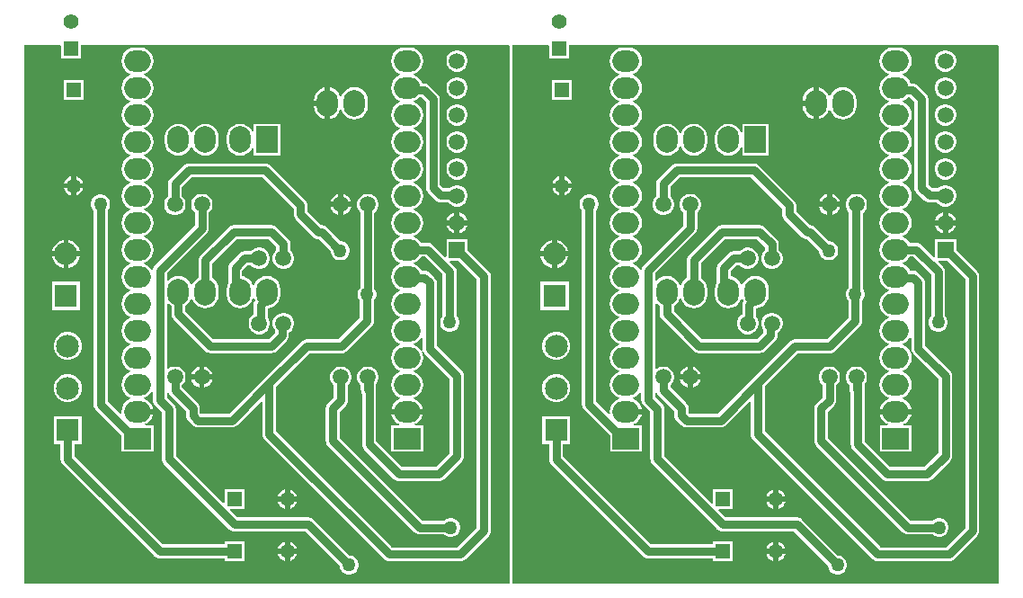
<source format=gbr>
G04*
G04 #@! TF.GenerationSoftware,Altium Limited,Altium Designer,25.4.2 (15)*
G04*
G04 Layer_Physical_Order=2*
G04 Layer_Color=16711680*
%FSLAX44Y44*%
%MOMM*%
G71*
G04*
G04 #@! TF.SameCoordinates,9E434B86-177F-4C43-98DC-E9B8BA562479*
G04*
G04*
G04 #@! TF.FilePolarity,Positive*
G04*
G01*
G75*
%ADD12C,0.8000*%
%ADD13R,2.0000X2.5000*%
%ADD14O,2.0000X2.5000*%
%ADD15C,1.3500*%
%ADD16R,1.3500X1.3500*%
%ADD17R,2.5000X2.0000*%
%ADD18O,2.5000X2.0000*%
%ADD19C,1.5000*%
%ADD20R,1.5000X1.5000*%
%ADD21C,2.1500*%
%ADD22R,2.1500X2.1500*%
%ADD23C,1.4000*%
%ADD24R,1.4000X1.4000*%
%ADD25R,1.3500X1.3500*%
%ADD26C,1.2700*%
G36*
X2439528Y790348D02*
X2439528Y284226D01*
X1982028D01*
Y791205D01*
X2015340Y791208D01*
X2016238Y790310D01*
Y778986D01*
X2035318D01*
Y791210D01*
X2438630Y791246D01*
X2439528Y790348D01*
D02*
G37*
G36*
X1979468D02*
X1979468Y284226D01*
X1521968D01*
Y791205D01*
X1555280Y791208D01*
X1556178Y790310D01*
Y778986D01*
X1575258D01*
Y791210D01*
X1978570Y791246D01*
X1979468Y790348D01*
D02*
G37*
%LPC*%
G36*
X2390850Y786566D02*
X2388206D01*
X2385653Y785882D01*
X2383363Y784560D01*
X2381494Y782691D01*
X2380172Y780401D01*
X2379488Y777848D01*
Y775204D01*
X2380172Y772651D01*
X2381494Y770361D01*
X2383363Y768492D01*
X2385653Y767170D01*
X2388206Y766486D01*
X2390850D01*
X2393403Y767170D01*
X2395693Y768492D01*
X2397562Y770361D01*
X2398884Y772651D01*
X2399568Y775204D01*
Y777848D01*
X2398884Y780401D01*
X2397562Y782691D01*
X2395693Y784560D01*
X2393403Y785882D01*
X2390850Y786566D01*
D02*
G37*
G36*
X2292878Y751774D02*
X2289604Y751343D01*
X2286554Y750080D01*
X2283934Y748070D01*
X2281924Y745450D01*
X2280865Y742893D01*
X2279491D01*
X2278432Y745450D01*
X2276422Y748070D01*
X2273802Y750080D01*
X2270752Y751343D01*
X2269978Y751445D01*
Y736626D01*
Y721807D01*
X2270752Y721909D01*
X2273802Y723172D01*
X2276422Y725182D01*
X2278432Y727802D01*
X2279491Y730359D01*
X2280865D01*
X2281924Y727802D01*
X2283934Y725182D01*
X2286554Y723172D01*
X2289604Y721909D01*
X2292878Y721478D01*
X2296152Y721909D01*
X2299202Y723172D01*
X2301822Y725182D01*
X2303832Y727802D01*
X2305095Y730852D01*
X2305526Y734126D01*
Y739126D01*
X2305095Y742400D01*
X2303832Y745450D01*
X2301822Y748070D01*
X2299202Y750080D01*
X2296152Y751343D01*
X2292878Y751774D01*
D02*
G37*
G36*
X2390850Y761166D02*
X2388206D01*
X2385653Y760482D01*
X2383363Y759160D01*
X2381494Y757291D01*
X2380172Y755001D01*
X2379488Y752448D01*
Y749804D01*
X2380172Y747251D01*
X2381494Y744961D01*
X2383363Y743092D01*
X2385653Y741770D01*
X2388206Y741086D01*
X2390850D01*
X2393403Y741770D01*
X2395693Y743092D01*
X2397562Y744961D01*
X2398884Y747251D01*
X2399568Y749804D01*
Y752448D01*
X2398884Y755001D01*
X2397562Y757291D01*
X2395693Y759160D01*
X2393403Y760482D01*
X2390850Y761166D01*
D02*
G37*
G36*
X2037568Y758266D02*
X2018988D01*
Y739686D01*
X2037568D01*
Y758266D01*
D02*
G37*
G36*
X2264978Y751445D02*
X2264204Y751343D01*
X2261154Y750080D01*
X2258534Y748070D01*
X2256524Y745450D01*
X2255261Y742400D01*
X2254830Y739126D01*
X2264978D01*
Y751445D01*
D02*
G37*
G36*
Y734126D02*
X2254830D01*
Y734126D01*
X2255261Y730852D01*
X2256524Y727802D01*
X2258534Y725182D01*
X2261154Y723172D01*
X2264204Y721909D01*
X2264978Y721807D01*
Y734126D01*
D02*
G37*
G36*
X2390850Y735766D02*
X2388206D01*
X2385653Y735082D01*
X2383363Y733760D01*
X2381494Y731891D01*
X2380172Y729601D01*
X2379488Y727048D01*
Y724404D01*
X2380172Y721851D01*
X2381494Y719561D01*
X2383363Y717692D01*
X2385653Y716370D01*
X2388206Y715686D01*
X2390850D01*
X2393403Y716370D01*
X2395693Y717692D01*
X2397562Y719561D01*
X2398884Y721851D01*
X2399568Y724404D01*
Y727048D01*
X2398884Y729601D01*
X2397562Y731891D01*
X2395693Y733760D01*
X2393403Y735082D01*
X2390850Y735766D01*
D02*
G37*
G36*
X2152478Y717374D02*
X2149205Y716943D01*
X2146154Y715680D01*
X2143535Y713670D01*
X2141525Y711050D01*
X2140466Y708493D01*
X2139091D01*
X2138032Y711050D01*
X2136022Y713670D01*
X2133402Y715680D01*
X2130352Y716943D01*
X2127078Y717374D01*
X2123805Y716943D01*
X2120754Y715680D01*
X2118134Y713670D01*
X2116125Y711050D01*
X2114861Y708000D01*
X2114430Y704726D01*
Y699726D01*
X2114861Y696452D01*
X2116125Y693402D01*
X2118134Y690782D01*
X2120754Y688772D01*
X2123805Y687509D01*
X2127078Y687078D01*
X2130352Y687509D01*
X2133402Y688772D01*
X2136022Y690782D01*
X2138032Y693402D01*
X2139091Y695959D01*
X2140466D01*
X2141525Y693402D01*
X2143535Y690782D01*
X2146154Y688772D01*
X2149205Y687509D01*
X2152478Y687078D01*
X2155752Y687509D01*
X2158802Y688772D01*
X2161422Y690782D01*
X2163432Y693402D01*
X2164695Y696452D01*
X2165126Y699726D01*
Y704726D01*
X2164695Y708000D01*
X2163432Y711050D01*
X2161422Y713670D01*
X2158802Y715680D01*
X2155752Y716943D01*
X2152478Y717374D01*
D02*
G37*
G36*
X2390850Y710366D02*
X2388206D01*
X2385653Y709682D01*
X2383363Y708360D01*
X2381494Y706491D01*
X2380172Y704201D01*
X2379488Y701648D01*
Y699004D01*
X2380172Y696451D01*
X2381494Y694161D01*
X2383363Y692292D01*
X2385653Y690970D01*
X2388206Y690286D01*
X2390850D01*
X2393403Y690970D01*
X2395693Y692292D01*
X2397562Y694161D01*
X2398884Y696451D01*
X2399568Y699004D01*
Y701648D01*
X2398884Y704201D01*
X2397562Y706491D01*
X2395693Y708360D01*
X2393403Y709682D01*
X2390850Y710366D01*
D02*
G37*
G36*
X2185128Y717374D02*
X2181854Y716943D01*
X2178804Y715680D01*
X2176184Y713670D01*
X2174174Y711050D01*
X2172911Y708000D01*
X2172480Y704726D01*
Y699726D01*
X2172911Y696452D01*
X2174174Y693402D01*
X2176184Y690782D01*
X2178804Y688772D01*
X2181854Y687509D01*
X2185128Y687078D01*
X2188402Y687509D01*
X2191452Y688772D01*
X2194072Y690782D01*
X2196082Y693402D01*
X2196718Y694938D01*
X2197988Y694686D01*
Y687186D01*
X2223068D01*
Y717266D01*
X2197988D01*
Y709766D01*
X2196718Y709514D01*
X2196082Y711050D01*
X2194072Y713670D01*
X2191452Y715680D01*
X2188402Y716943D01*
X2185128Y717374D01*
D02*
G37*
G36*
X2390850Y684966D02*
X2388206D01*
X2385653Y684282D01*
X2383363Y682960D01*
X2381494Y681091D01*
X2380172Y678801D01*
X2379488Y676248D01*
Y673604D01*
X2380172Y671051D01*
X2381494Y668761D01*
X2383363Y666892D01*
X2385653Y665570D01*
X2388206Y664886D01*
X2390850D01*
X2393403Y665570D01*
X2395693Y666892D01*
X2397562Y668761D01*
X2398884Y671051D01*
X2399568Y673604D01*
Y676248D01*
X2398884Y678801D01*
X2397562Y681091D01*
X2395693Y682960D01*
X2393403Y684282D01*
X2390850Y684966D01*
D02*
G37*
G36*
X2030778Y667924D02*
Y661476D01*
X2037226D01*
X2036935Y662562D01*
X2035712Y664680D01*
X2033982Y666410D01*
X2031864Y667633D01*
X2030778Y667924D01*
D02*
G37*
G36*
X2025778D02*
X2024692Y667633D01*
X2022574Y666410D01*
X2020844Y664680D01*
X2019621Y662562D01*
X2019330Y661476D01*
X2025778D01*
Y667924D01*
D02*
G37*
G36*
X2037226Y656476D02*
X2030778D01*
Y650028D01*
X2031864Y650319D01*
X2033982Y651542D01*
X2035712Y653272D01*
X2036935Y655390D01*
X2037226Y656476D01*
D02*
G37*
G36*
X2025778D02*
X2019330D01*
X2019621Y655390D01*
X2020844Y653272D01*
X2022574Y651542D01*
X2024692Y650319D01*
X2025778Y650028D01*
Y656476D01*
D02*
G37*
G36*
X2282628Y651010D02*
Y643786D01*
X2289852D01*
X2289484Y645161D01*
X2288162Y647451D01*
X2286293Y649320D01*
X2284003Y650642D01*
X2282628Y651010D01*
D02*
G37*
G36*
X2277628D02*
X2276253Y650642D01*
X2273963Y649320D01*
X2272094Y647451D01*
X2270772Y645161D01*
X2270404Y643786D01*
X2277628D01*
Y651010D01*
D02*
G37*
G36*
X2289852Y638786D02*
X2282628D01*
Y631562D01*
X2284003Y631930D01*
X2286293Y633252D01*
X2288162Y635121D01*
X2289484Y637411D01*
X2289852Y638786D01*
D02*
G37*
G36*
X2277628D02*
X2270404D01*
X2270772Y637411D01*
X2272094Y635121D01*
X2273963Y633252D01*
X2276253Y631930D01*
X2277628Y631562D01*
Y638786D01*
D02*
G37*
G36*
X2392028Y633850D02*
Y626626D01*
X2399252D01*
X2398884Y628001D01*
X2397562Y630291D01*
X2395693Y632160D01*
X2393403Y633482D01*
X2392028Y633850D01*
D02*
G37*
G36*
X2387028D02*
X2385653Y633482D01*
X2383363Y632160D01*
X2381494Y630291D01*
X2380172Y628001D01*
X2379804Y626626D01*
X2387028D01*
Y633850D01*
D02*
G37*
G36*
X2399252Y621626D02*
X2392028D01*
Y614402D01*
X2393403Y614770D01*
X2395693Y616092D01*
X2397562Y617961D01*
X2398884Y620251D01*
X2399252Y621626D01*
D02*
G37*
G36*
X2387028D02*
X2379804D01*
X2380172Y620251D01*
X2381494Y617961D01*
X2383363Y616092D01*
X2385653Y614770D01*
X2387028Y614402D01*
Y621626D01*
D02*
G37*
G36*
X2023778Y607815D02*
Y597226D01*
X2034367D01*
X2033662Y599856D01*
X2031913Y602886D01*
X2029438Y605361D01*
X2026408Y607110D01*
X2023778Y607815D01*
D02*
G37*
G36*
X2018778D02*
X2016148Y607110D01*
X2013118Y605361D01*
X2010643Y602886D01*
X2008894Y599856D01*
X2008189Y597226D01*
X2018778D01*
Y607815D01*
D02*
G37*
G36*
X2209136Y680158D02*
X2136528D01*
X2134821Y679934D01*
X2133230Y679275D01*
X2131864Y678226D01*
X2119114Y665477D01*
X2118065Y664110D01*
X2117406Y662520D01*
X2117182Y660812D01*
Y648888D01*
X2115744Y647451D01*
X2114422Y645161D01*
X2113738Y642608D01*
Y639964D01*
X2114422Y637411D01*
X2115744Y635121D01*
X2117613Y633252D01*
X2119903Y631930D01*
X2122456Y631246D01*
X2125100D01*
X2127653Y631930D01*
X2129943Y633252D01*
X2131812Y635121D01*
X2133134Y637411D01*
X2133818Y639964D01*
Y642608D01*
X2133134Y645161D01*
X2131812Y647451D01*
X2130375Y648888D01*
Y658080D01*
X2139260Y666966D01*
X2206404D01*
X2235668Y637701D01*
Y632004D01*
X2235893Y630296D01*
X2236552Y628705D01*
X2237600Y627339D01*
X2254289Y610650D01*
X2255655Y609602D01*
X2257246Y608943D01*
X2258954Y608718D01*
X2259207D01*
X2270638Y597287D01*
Y596556D01*
X2271244Y594295D01*
X2272414Y592267D01*
X2274069Y590612D01*
X2276097Y589442D01*
X2278358Y588836D01*
X2280698D01*
X2282959Y589442D01*
X2284987Y590612D01*
X2286642Y592267D01*
X2287812Y594295D01*
X2288418Y596556D01*
Y598896D01*
X2287812Y601157D01*
X2286642Y603185D01*
X2284987Y604840D01*
X2282959Y606010D01*
X2280698Y606616D01*
X2279967D01*
X2266604Y619979D01*
X2265238Y621027D01*
X2263647Y621686D01*
X2261940Y621911D01*
X2261686D01*
X2248861Y634736D01*
Y640434D01*
X2248636Y642141D01*
X2247977Y643732D01*
X2246929Y645098D01*
X2213800Y678226D01*
X2212434Y679275D01*
X2210843Y679934D01*
X2209136Y680158D01*
D02*
G37*
G36*
X2034367Y592226D02*
X2023778D01*
Y581637D01*
X2026408Y582342D01*
X2029438Y584091D01*
X2031913Y586566D01*
X2033662Y589596D01*
X2034367Y592226D01*
D02*
G37*
G36*
X2018778D02*
X2008189D01*
X2008894Y589596D01*
X2010643Y586566D01*
X2013118Y584091D01*
X2016148Y582342D01*
X2018778Y581637D01*
Y592226D01*
D02*
G37*
G36*
X2204600Y600816D02*
X2201956D01*
X2199403Y600132D01*
X2197113Y598810D01*
X2195676Y597372D01*
X2189578D01*
X2187871Y597148D01*
X2186280Y596489D01*
X2184914Y595440D01*
X2175977Y586504D01*
X2174929Y585138D01*
X2174270Y583547D01*
X2174045Y581840D01*
Y569060D01*
X2174223Y567713D01*
X2174174Y567650D01*
X2172911Y564600D01*
X2172480Y561326D01*
Y556326D01*
X2172911Y553052D01*
X2174174Y550002D01*
X2176184Y547383D01*
X2178804Y545373D01*
X2181854Y544109D01*
X2185128Y543678D01*
X2188402Y544109D01*
X2191452Y545373D01*
X2194072Y547383D01*
X2196082Y550002D01*
X2197141Y552559D01*
X2198515D01*
X2199215Y550871D01*
X2198905Y550467D01*
X2198246Y548876D01*
X2198021Y547168D01*
Y537784D01*
X2197113Y537260D01*
X2195244Y535391D01*
X2193922Y533101D01*
X2193238Y530548D01*
Y527904D01*
X2193922Y525351D01*
X2195244Y523061D01*
X2197113Y521192D01*
X2199403Y519870D01*
X2201956Y519186D01*
X2204600D01*
X2207153Y519870D01*
X2209443Y521192D01*
X2211312Y523061D01*
X2212634Y525351D01*
X2213318Y527904D01*
Y530548D01*
X2212634Y533101D01*
X2211312Y535391D01*
X2211214Y535489D01*
Y543768D01*
X2213802Y544109D01*
X2216852Y545373D01*
X2219472Y547383D01*
X2221482Y550002D01*
X2222745Y553052D01*
X2223176Y556326D01*
Y561326D01*
X2222745Y564600D01*
X2221482Y567650D01*
X2219472Y570270D01*
X2216852Y572280D01*
X2213802Y573543D01*
X2210528Y573974D01*
X2207254Y573543D01*
X2204204Y572280D01*
X2201584Y570270D01*
X2199574Y567650D01*
X2198515Y565094D01*
X2197141D01*
X2196082Y567650D01*
X2194072Y570270D01*
X2191452Y572280D01*
X2188402Y573543D01*
X2187238Y573697D01*
Y579107D01*
X2192310Y584180D01*
X2195676D01*
X2197113Y582742D01*
X2199403Y581420D01*
X2201956Y580736D01*
X2204600D01*
X2207153Y581420D01*
X2209443Y582742D01*
X2211312Y584611D01*
X2212634Y586901D01*
X2213318Y589454D01*
Y592098D01*
X2212634Y594651D01*
X2211312Y596941D01*
X2209443Y598810D01*
X2207153Y600132D01*
X2204600Y600816D01*
D02*
G37*
G36*
X2034568Y568416D02*
X2007988D01*
Y541836D01*
X2034568D01*
Y568416D01*
D02*
G37*
G36*
X2024528Y521366D02*
X2021028D01*
X2017648Y520460D01*
X2014618Y518711D01*
X2012144Y516236D01*
X2010394Y513206D01*
X2009488Y509826D01*
Y506326D01*
X2010394Y502946D01*
X2012144Y499916D01*
X2014618Y497441D01*
X2017648Y495692D01*
X2021028Y494786D01*
X2024528D01*
X2027908Y495692D01*
X2030938Y497441D01*
X2033413Y499916D01*
X2035163Y502946D01*
X2036068Y506326D01*
Y509826D01*
X2035163Y513206D01*
X2033413Y516236D01*
X2030938Y518711D01*
X2027908Y520460D01*
X2024528Y521366D01*
D02*
G37*
G36*
X2151678Y488450D02*
Y481226D01*
X2158902D01*
X2158534Y482601D01*
X2157212Y484891D01*
X2155343Y486760D01*
X2153053Y488082D01*
X2151678Y488450D01*
D02*
G37*
G36*
X2146678Y488450D02*
X2145303Y488082D01*
X2143013Y486760D01*
X2141144Y484891D01*
X2139822Y482601D01*
X2139454Y481226D01*
X2146678D01*
Y488450D01*
D02*
G37*
G36*
X2158902Y476226D02*
X2151678D01*
Y469002D01*
X2153053Y469370D01*
X2155343Y470692D01*
X2157212Y472561D01*
X2158534Y474851D01*
X2158902Y476226D01*
D02*
G37*
G36*
X2146678D02*
X2139454D01*
X2139822Y474851D01*
X2141144Y472561D01*
X2143013Y470692D01*
X2145303Y469370D01*
X2146678Y469002D01*
Y476226D01*
D02*
G37*
G36*
X2024528Y481766D02*
X2021028D01*
X2017648Y480860D01*
X2014618Y479110D01*
X2012144Y476636D01*
X2010394Y473606D01*
X2009488Y470225D01*
Y466726D01*
X2010394Y463346D01*
X2012144Y460316D01*
X2014618Y457841D01*
X2017648Y456091D01*
X2021028Y455186D01*
X2024528D01*
X2027908Y456091D01*
X2030938Y457841D01*
X2033413Y460316D01*
X2035163Y463346D01*
X2036068Y466726D01*
Y470225D01*
X2035163Y473606D01*
X2033413Y476636D01*
X2030938Y479110D01*
X2027908Y480860D01*
X2024528Y481766D01*
D02*
G37*
G36*
X2357347Y443826D02*
X2327709D01*
X2327811Y443052D01*
X2329074Y440002D01*
X2331084Y437382D01*
X2333704Y435372D01*
X2335240Y434736D01*
X2334988Y433466D01*
X2327488D01*
Y408386D01*
X2357568D01*
Y433466D01*
X2350069D01*
X2349816Y434736D01*
X2351352Y435372D01*
X2353972Y437382D01*
X2355982Y440002D01*
X2357245Y443052D01*
X2357347Y443826D01*
D02*
G37*
G36*
X2232278Y372924D02*
Y366476D01*
X2238726D01*
X2238435Y367562D01*
X2237212Y369680D01*
X2235482Y371410D01*
X2233364Y372633D01*
X2232278Y372924D01*
D02*
G37*
G36*
X2227278D02*
X2226192Y372633D01*
X2224074Y371410D01*
X2222344Y369680D01*
X2221121Y367562D01*
X2220830Y366476D01*
X2227278D01*
Y372924D01*
D02*
G37*
G36*
X2238726Y361476D02*
X2232278D01*
Y355028D01*
X2233364Y355319D01*
X2235482Y356542D01*
X2237212Y358272D01*
X2238435Y360390D01*
X2238726Y361476D01*
D02*
G37*
G36*
X2227278D02*
X2220830D01*
X2221121Y360390D01*
X2222344Y358272D01*
X2224074Y356542D01*
X2226192Y355319D01*
X2227278Y355028D01*
Y361476D01*
D02*
G37*
G36*
X2281450Y488766D02*
X2278806D01*
X2276253Y488082D01*
X2273963Y486760D01*
X2272094Y484891D01*
X2270772Y482601D01*
X2270088Y480048D01*
Y477404D01*
X2270772Y474851D01*
X2272094Y472561D01*
X2273531Y471124D01*
Y459632D01*
X2267754Y453854D01*
X2266705Y452488D01*
X2266046Y450897D01*
X2265822Y449190D01*
Y418936D01*
X2266046Y417229D01*
X2266705Y415638D01*
X2267754Y414272D01*
X2349464Y332562D01*
X2350830Y331513D01*
X2352421Y330854D01*
X2354128Y330630D01*
X2377552D01*
X2378069Y330112D01*
X2380097Y328942D01*
X2382358Y328336D01*
X2384698D01*
X2386959Y328942D01*
X2388987Y330112D01*
X2390642Y331767D01*
X2391812Y333795D01*
X2392418Y336056D01*
Y338396D01*
X2391812Y340657D01*
X2390642Y342685D01*
X2388987Y344340D01*
X2386959Y345510D01*
X2384698Y346116D01*
X2382358D01*
X2380097Y345510D01*
X2378069Y344340D01*
X2377552Y343822D01*
X2356861D01*
X2279014Y421669D01*
Y446458D01*
X2284792Y452236D01*
X2285841Y453602D01*
X2286500Y455193D01*
X2286724Y456900D01*
Y471124D01*
X2288162Y472561D01*
X2289484Y474851D01*
X2290168Y477404D01*
Y480048D01*
X2289484Y482601D01*
X2288162Y484891D01*
X2286293Y486760D01*
X2284003Y488082D01*
X2281450Y488766D01*
D02*
G37*
G36*
X2345028Y789174D02*
X2340028D01*
X2336754Y788743D01*
X2333704Y787480D01*
X2331084Y785470D01*
X2329074Y782850D01*
X2327811Y779800D01*
X2327380Y776526D01*
X2327811Y773252D01*
X2329074Y770202D01*
X2331084Y767582D01*
X2333704Y765572D01*
X2336261Y764513D01*
Y763139D01*
X2333704Y762080D01*
X2331084Y760070D01*
X2329074Y757450D01*
X2327811Y754400D01*
X2327380Y751126D01*
X2327811Y747852D01*
X2329074Y744802D01*
X2331084Y742182D01*
X2333704Y740172D01*
X2336261Y739113D01*
Y737739D01*
X2333704Y736680D01*
X2331084Y734670D01*
X2329074Y732050D01*
X2327811Y729000D01*
X2327380Y725726D01*
X2327811Y722452D01*
X2329074Y719402D01*
X2331084Y716782D01*
X2333704Y714772D01*
X2336261Y713713D01*
Y712339D01*
X2333704Y711280D01*
X2331084Y709270D01*
X2329074Y706650D01*
X2327811Y703600D01*
X2327380Y700326D01*
X2327811Y697052D01*
X2329074Y694002D01*
X2331084Y691382D01*
X2333704Y689372D01*
X2336261Y688313D01*
Y686939D01*
X2333704Y685880D01*
X2331084Y683870D01*
X2329074Y681250D01*
X2327811Y678200D01*
X2327380Y674926D01*
X2327811Y671652D01*
X2329074Y668602D01*
X2331084Y665982D01*
X2333704Y663972D01*
X2336261Y662913D01*
Y661539D01*
X2333704Y660480D01*
X2331084Y658470D01*
X2329074Y655850D01*
X2327811Y652800D01*
X2327380Y649526D01*
X2327811Y646252D01*
X2329074Y643202D01*
X2331084Y640582D01*
X2333704Y638572D01*
X2336261Y637513D01*
Y636139D01*
X2333704Y635080D01*
X2331084Y633070D01*
X2329074Y630450D01*
X2327811Y627400D01*
X2327380Y624126D01*
X2327811Y620852D01*
X2329074Y617802D01*
X2331084Y615182D01*
X2333704Y613172D01*
X2336261Y612113D01*
Y610739D01*
X2333704Y609680D01*
X2331084Y607670D01*
X2329074Y605050D01*
X2327811Y602000D01*
X2327380Y598726D01*
X2327811Y595452D01*
X2329074Y592402D01*
X2331084Y589782D01*
X2333704Y587772D01*
X2336261Y586713D01*
Y585339D01*
X2333704Y584280D01*
X2331084Y582270D01*
X2329074Y579650D01*
X2327811Y576600D01*
X2327380Y573326D01*
X2327811Y570052D01*
X2329074Y567002D01*
X2331084Y564382D01*
X2333704Y562372D01*
X2336261Y561313D01*
Y559939D01*
X2333704Y558880D01*
X2331084Y556870D01*
X2329074Y554250D01*
X2327811Y551200D01*
X2327380Y547926D01*
X2327811Y544652D01*
X2329074Y541602D01*
X2331084Y538982D01*
X2333704Y536972D01*
X2336261Y535913D01*
Y534539D01*
X2333704Y533480D01*
X2331084Y531470D01*
X2329074Y528850D01*
X2327811Y525800D01*
X2327380Y522526D01*
X2327811Y519252D01*
X2329074Y516202D01*
X2331084Y513582D01*
X2333704Y511572D01*
X2336261Y510513D01*
Y509139D01*
X2333704Y508080D01*
X2331084Y506070D01*
X2329074Y503450D01*
X2327811Y500400D01*
X2327380Y497126D01*
X2327811Y493852D01*
X2329074Y490802D01*
X2331084Y488182D01*
X2333704Y486172D01*
X2336261Y485113D01*
Y483739D01*
X2333704Y482680D01*
X2331084Y480670D01*
X2329074Y478050D01*
X2327811Y475000D01*
X2327380Y471726D01*
X2327811Y468452D01*
X2329074Y465402D01*
X2331084Y462782D01*
X2333704Y460772D01*
X2336261Y459713D01*
Y458339D01*
X2333704Y457280D01*
X2331084Y455270D01*
X2329074Y452650D01*
X2327811Y449600D01*
X2327709Y448826D01*
X2357347D01*
X2357245Y449600D01*
X2355982Y452650D01*
X2353972Y455270D01*
X2351352Y457280D01*
X2348795Y458339D01*
Y459713D01*
X2351352Y460772D01*
X2353972Y462782D01*
X2355982Y465402D01*
X2357245Y468452D01*
X2357676Y471726D01*
X2357245Y475000D01*
X2355982Y478050D01*
X2353972Y480670D01*
X2351352Y482680D01*
X2348795Y483739D01*
Y485113D01*
X2351352Y486172D01*
X2353972Y488182D01*
X2355982Y490802D01*
X2357245Y493852D01*
X2357676Y497126D01*
X2357245Y500400D01*
X2355982Y503450D01*
X2353972Y506070D01*
X2351352Y508080D01*
X2348795Y509139D01*
Y510513D01*
X2351352Y511572D01*
X2353972Y513582D01*
X2355912Y516110D01*
X2355973Y516112D01*
X2357182Y515199D01*
Y505748D01*
X2357406Y504041D01*
X2358065Y502450D01*
X2359114Y501084D01*
X2382781Y477416D01*
Y407308D01*
X2369546Y394072D01*
X2337510D01*
X2313374Y418208D01*
Y472374D01*
X2313562Y472561D01*
X2314884Y474851D01*
X2315568Y477404D01*
Y480048D01*
X2314884Y482601D01*
X2313562Y484891D01*
X2311693Y486760D01*
X2309403Y488082D01*
X2306850Y488766D01*
X2304206D01*
X2301653Y488082D01*
X2299363Y486760D01*
X2297494Y484891D01*
X2296172Y482601D01*
X2295488Y480048D01*
Y477404D01*
X2296172Y474851D01*
X2297494Y472561D01*
X2298931Y471124D01*
Y467086D01*
X2299156Y465379D01*
X2299815Y463788D01*
X2300182Y463311D01*
Y415476D01*
X2300406Y413769D01*
X2301065Y412178D01*
X2302114Y410812D01*
X2330114Y382812D01*
X2331480Y381763D01*
X2333071Y381104D01*
X2334778Y380880D01*
X2372278D01*
X2373985Y381104D01*
X2375576Y381763D01*
X2376942Y382812D01*
X2394042Y399911D01*
X2395091Y401278D01*
X2395750Y402869D01*
X2395974Y404576D01*
Y480148D01*
X2395750Y481855D01*
X2395091Y483446D01*
X2394042Y484813D01*
X2370374Y508480D01*
Y567591D01*
X2370150Y569298D01*
X2369491Y570889D01*
X2368442Y572255D01*
X2363756Y576941D01*
X2362390Y577990D01*
X2360799Y578649D01*
X2359092Y578873D01*
X2356304D01*
X2355982Y579650D01*
X2353972Y582270D01*
X2351352Y584280D01*
X2348795Y585339D01*
Y586713D01*
X2351352Y587772D01*
X2353972Y589782D01*
X2355773Y592130D01*
X2359254D01*
X2376058Y575326D01*
Y536282D01*
X2375540Y535765D01*
X2374370Y533737D01*
X2373764Y531476D01*
Y529136D01*
X2374370Y526875D01*
X2375540Y524847D01*
X2377195Y523192D01*
X2379223Y522022D01*
X2381484Y521416D01*
X2383824D01*
X2386085Y522022D01*
X2388113Y523192D01*
X2389768Y524847D01*
X2390938Y526875D01*
X2391544Y529136D01*
Y531476D01*
X2390938Y533737D01*
X2389768Y535765D01*
X2389250Y536282D01*
Y578058D01*
X2389026Y579765D01*
X2388367Y581356D01*
X2387318Y582722D01*
X2382528Y587513D01*
X2383014Y588686D01*
X2390589D01*
X2408182Y571094D01*
Y336708D01*
X2390046Y318572D01*
X2328510D01*
X2219178Y427905D01*
Y470047D01*
X2250171Y501040D01*
X2280439D01*
X2282146Y501265D01*
X2283737Y501924D01*
X2285103Y502972D01*
X2309192Y527062D01*
X2310241Y528428D01*
X2310900Y530019D01*
X2311124Y531726D01*
Y550750D01*
X2311642Y551267D01*
X2312812Y553295D01*
X2313418Y555556D01*
Y557896D01*
X2312812Y560157D01*
X2311642Y562185D01*
X2311624Y562202D01*
Y633213D01*
X2311693Y633252D01*
X2313562Y635121D01*
X2314884Y637411D01*
X2315568Y639964D01*
Y642608D01*
X2314884Y645161D01*
X2313562Y647451D01*
X2311693Y649320D01*
X2309403Y650642D01*
X2306850Y651326D01*
X2304206D01*
X2301653Y650642D01*
X2299363Y649320D01*
X2297494Y647451D01*
X2296172Y645161D01*
X2295488Y642608D01*
Y639964D01*
X2296172Y637411D01*
X2297494Y635121D01*
X2298432Y634184D01*
Y563202D01*
X2297414Y562185D01*
X2296244Y560157D01*
X2295638Y557896D01*
Y555556D01*
X2296244Y553295D01*
X2297414Y551267D01*
X2297932Y550750D01*
Y534458D01*
X2277706Y514233D01*
X2247439D01*
X2245732Y514008D01*
X2244140Y513349D01*
X2242774Y512301D01*
X2207917Y477443D01*
X2174991Y444518D01*
X2148197D01*
X2147374Y445340D01*
Y449687D01*
X2147150Y451394D01*
X2146491Y452985D01*
X2145442Y454351D01*
X2130374Y469419D01*
Y471124D01*
X2131812Y472561D01*
X2133134Y474851D01*
X2133818Y477404D01*
Y480048D01*
X2133134Y482601D01*
X2131812Y484891D01*
X2129943Y486760D01*
X2127653Y488082D01*
X2125100Y488766D01*
X2122456D01*
X2119903Y488082D01*
X2117613Y486760D01*
X2117374Y486521D01*
X2116200Y487006D01*
Y547928D01*
X2117403Y548336D01*
X2118134Y547383D01*
X2120482Y545581D01*
Y537926D01*
X2120706Y536219D01*
X2121366Y534628D01*
X2122414Y533262D01*
X2152364Y503312D01*
X2153730Y502263D01*
X2155321Y501604D01*
X2157028Y501380D01*
X2214778D01*
X2216485Y501604D01*
X2218076Y502263D01*
X2219442Y503312D01*
X2229353Y513222D01*
X2230401Y514588D01*
X2231060Y516179D01*
X2231285Y517887D01*
Y520668D01*
X2232193Y521192D01*
X2234062Y523061D01*
X2235384Y525351D01*
X2236068Y527904D01*
Y530548D01*
X2235384Y533101D01*
X2234062Y535391D01*
X2232193Y537260D01*
X2229903Y538582D01*
X2227350Y539266D01*
X2224706D01*
X2222153Y538582D01*
X2219863Y537260D01*
X2217994Y535391D01*
X2216672Y533101D01*
X2215988Y530548D01*
Y527904D01*
X2216672Y525351D01*
X2217994Y523061D01*
X2218092Y522963D01*
Y520619D01*
X2212046Y514572D01*
X2159760D01*
X2133675Y540658D01*
Y545581D01*
X2136022Y547383D01*
X2138032Y550002D01*
X2139091Y552559D01*
X2140466D01*
X2141525Y550002D01*
X2143535Y547383D01*
X2146154Y545373D01*
X2149205Y544109D01*
X2152478Y543678D01*
X2155752Y544109D01*
X2158802Y545373D01*
X2161422Y547383D01*
X2163432Y550002D01*
X2164695Y553052D01*
X2165126Y556326D01*
Y561326D01*
X2164695Y564600D01*
X2163432Y567650D01*
X2161422Y570270D01*
X2159075Y572071D01*
Y585994D01*
X2181711Y608630D01*
X2212046D01*
X2219307Y601369D01*
Y598253D01*
X2217994Y596941D01*
X2216672Y594651D01*
X2215988Y592098D01*
Y589454D01*
X2216672Y586901D01*
X2217994Y584611D01*
X2219863Y582742D01*
X2222153Y581420D01*
X2224706Y580736D01*
X2227350D01*
X2229903Y581420D01*
X2232193Y582742D01*
X2234062Y584611D01*
X2235384Y586901D01*
X2236068Y589454D01*
Y592098D01*
X2235384Y594651D01*
X2234062Y596941D01*
X2232500Y598503D01*
Y604101D01*
X2232275Y605808D01*
X2231616Y607399D01*
X2230567Y608765D01*
X2219442Y619890D01*
X2218076Y620939D01*
X2216485Y621598D01*
X2214778Y621822D01*
X2178978D01*
X2177271Y621598D01*
X2175680Y620939D01*
X2174314Y619890D01*
X2147814Y593390D01*
X2146765Y592024D01*
X2146107Y590433D01*
X2145882Y588726D01*
Y572071D01*
X2143535Y570270D01*
X2141525Y567650D01*
X2140466Y565094D01*
X2139091D01*
X2138032Y567650D01*
X2136022Y570270D01*
X2133402Y572280D01*
X2130352Y573543D01*
X2127078Y573974D01*
X2123805Y573543D01*
X2120754Y572280D01*
X2118134Y570270D01*
X2117403Y569316D01*
X2116200Y569725D01*
Y576596D01*
X2153843Y614238D01*
X2154891Y615604D01*
X2155550Y617195D01*
X2155775Y618902D01*
Y633684D01*
X2157212Y635121D01*
X2158534Y637411D01*
X2159218Y639964D01*
Y642608D01*
X2158534Y645161D01*
X2157212Y647451D01*
X2155343Y649320D01*
X2153053Y650642D01*
X2150500Y651326D01*
X2147856D01*
X2145303Y650642D01*
X2143013Y649320D01*
X2141144Y647451D01*
X2139822Y645161D01*
X2139138Y642608D01*
Y639964D01*
X2139822Y637411D01*
X2141144Y635121D01*
X2142582Y633684D01*
Y621634D01*
X2104940Y583992D01*
X2103891Y582626D01*
X2103232Y581035D01*
X2103119Y580172D01*
X2102691Y579976D01*
X2101800Y579887D01*
X2099972Y582270D01*
X2097352Y584280D01*
X2094796Y585339D01*
Y586713D01*
X2097352Y587772D01*
X2099972Y589782D01*
X2101982Y592402D01*
X2103245Y595452D01*
X2103676Y598726D01*
X2103245Y602000D01*
X2101982Y605050D01*
X2099972Y607670D01*
X2097352Y609680D01*
X2094796Y610739D01*
Y612113D01*
X2097352Y613172D01*
X2099972Y615182D01*
X2101982Y617802D01*
X2103245Y620852D01*
X2103676Y624126D01*
X2103245Y627400D01*
X2101982Y630450D01*
X2099972Y633070D01*
X2097352Y635080D01*
X2094796Y636139D01*
Y637513D01*
X2097352Y638572D01*
X2099972Y640582D01*
X2101982Y643202D01*
X2103245Y646252D01*
X2103676Y649526D01*
X2103245Y652800D01*
X2101982Y655850D01*
X2099972Y658470D01*
X2097352Y660480D01*
X2094796Y661539D01*
Y662913D01*
X2097352Y663972D01*
X2099972Y665982D01*
X2101982Y668602D01*
X2103245Y671652D01*
X2103676Y674926D01*
X2103245Y678200D01*
X2101982Y681250D01*
X2099972Y683870D01*
X2097352Y685880D01*
X2094796Y686939D01*
Y688313D01*
X2097352Y689372D01*
X2099972Y691382D01*
X2101982Y694002D01*
X2103245Y697052D01*
X2103676Y700326D01*
X2103245Y703600D01*
X2101982Y706650D01*
X2099972Y709270D01*
X2097352Y711280D01*
X2094796Y712339D01*
Y713713D01*
X2097352Y714772D01*
X2099972Y716782D01*
X2101982Y719402D01*
X2103245Y722452D01*
X2103676Y725726D01*
X2103245Y729000D01*
X2101982Y732050D01*
X2099972Y734670D01*
X2097352Y736680D01*
X2094796Y737739D01*
Y739113D01*
X2097352Y740172D01*
X2099972Y742182D01*
X2101982Y744802D01*
X2103245Y747852D01*
X2103676Y751126D01*
X2103245Y754400D01*
X2101982Y757450D01*
X2099972Y760070D01*
X2097352Y762080D01*
X2094796Y763139D01*
Y764513D01*
X2097352Y765572D01*
X2099972Y767582D01*
X2101982Y770202D01*
X2103245Y773252D01*
X2103676Y776526D01*
X2103245Y779800D01*
X2101982Y782850D01*
X2099972Y785470D01*
X2097352Y787480D01*
X2094302Y788743D01*
X2091028Y789174D01*
X2086028D01*
X2082755Y788743D01*
X2079704Y787480D01*
X2077084Y785470D01*
X2075074Y782850D01*
X2073811Y779800D01*
X2073380Y776526D01*
X2073811Y773252D01*
X2075074Y770202D01*
X2077084Y767582D01*
X2079704Y765572D01*
X2082261Y764513D01*
Y763139D01*
X2079704Y762080D01*
X2077084Y760070D01*
X2075074Y757450D01*
X2073811Y754400D01*
X2073380Y751126D01*
X2073811Y747852D01*
X2075074Y744802D01*
X2077084Y742182D01*
X2079704Y740172D01*
X2082261Y739113D01*
Y737739D01*
X2079704Y736680D01*
X2077084Y734670D01*
X2075074Y732050D01*
X2073811Y729000D01*
X2073380Y725726D01*
X2073811Y722452D01*
X2075074Y719402D01*
X2077084Y716782D01*
X2079704Y714772D01*
X2082261Y713713D01*
Y712339D01*
X2079704Y711280D01*
X2077084Y709270D01*
X2075074Y706650D01*
X2073811Y703600D01*
X2073380Y700326D01*
X2073811Y697052D01*
X2075074Y694002D01*
X2077084Y691382D01*
X2079704Y689372D01*
X2082261Y688313D01*
Y686939D01*
X2079704Y685880D01*
X2077084Y683870D01*
X2075074Y681250D01*
X2073811Y678200D01*
X2073380Y674926D01*
X2073811Y671652D01*
X2075074Y668602D01*
X2077084Y665982D01*
X2079704Y663972D01*
X2082261Y662913D01*
Y661539D01*
X2079704Y660480D01*
X2077084Y658470D01*
X2075074Y655850D01*
X2073811Y652800D01*
X2073380Y649526D01*
X2073811Y646252D01*
X2075074Y643202D01*
X2077084Y640582D01*
X2079704Y638572D01*
X2082261Y637513D01*
Y636139D01*
X2079704Y635080D01*
X2077084Y633070D01*
X2075074Y630450D01*
X2073811Y627400D01*
X2073380Y624126D01*
X2073811Y620852D01*
X2075074Y617802D01*
X2077084Y615182D01*
X2079704Y613172D01*
X2082261Y612113D01*
Y610739D01*
X2079704Y609680D01*
X2077084Y607670D01*
X2075074Y605050D01*
X2073811Y602000D01*
X2073380Y598726D01*
X2073811Y595452D01*
X2075074Y592402D01*
X2077084Y589782D01*
X2079704Y587772D01*
X2082261Y586713D01*
Y585339D01*
X2079704Y584280D01*
X2077084Y582270D01*
X2075074Y579650D01*
X2073811Y576600D01*
X2073380Y573326D01*
X2073811Y570052D01*
X2075074Y567002D01*
X2077084Y564382D01*
X2079704Y562372D01*
X2082261Y561313D01*
Y559939D01*
X2079704Y558880D01*
X2077084Y556870D01*
X2075074Y554250D01*
X2073811Y551200D01*
X2073380Y547926D01*
X2073811Y544652D01*
X2075074Y541602D01*
X2077084Y538982D01*
X2079704Y536972D01*
X2082261Y535913D01*
Y534539D01*
X2079704Y533480D01*
X2077084Y531470D01*
X2075074Y528850D01*
X2073811Y525800D01*
X2073380Y522526D01*
X2073811Y519252D01*
X2075074Y516202D01*
X2077084Y513582D01*
X2079704Y511572D01*
X2082261Y510513D01*
Y509139D01*
X2079704Y508080D01*
X2077084Y506070D01*
X2075074Y503450D01*
X2073811Y500400D01*
X2073380Y497126D01*
X2073811Y493852D01*
X2075074Y490802D01*
X2077084Y488182D01*
X2079704Y486172D01*
X2082261Y485113D01*
Y483739D01*
X2079704Y482680D01*
X2077084Y480670D01*
X2075074Y478050D01*
X2073811Y475000D01*
X2073380Y471726D01*
X2073811Y468452D01*
X2075074Y465402D01*
X2077084Y462782D01*
X2079704Y460772D01*
X2082261Y459713D01*
Y458339D01*
X2079704Y457280D01*
X2077084Y455270D01*
X2075074Y452650D01*
X2073811Y449600D01*
X2073380Y446326D01*
X2073627Y444452D01*
X2072424Y443859D01*
X2060374Y455908D01*
Y635750D01*
X2060892Y636267D01*
X2062062Y638295D01*
X2062668Y640556D01*
Y642896D01*
X2062062Y645157D01*
X2060892Y647185D01*
X2059237Y648840D01*
X2057209Y650010D01*
X2054948Y650616D01*
X2052608D01*
X2050347Y650010D01*
X2048319Y648840D01*
X2046664Y647185D01*
X2045494Y645157D01*
X2044888Y642896D01*
Y640556D01*
X2045494Y638295D01*
X2046664Y636267D01*
X2047182Y635750D01*
Y453176D01*
X2047406Y451469D01*
X2048065Y449878D01*
X2049114Y448512D01*
X2073488Y424137D01*
Y408386D01*
X2103568D01*
Y433466D01*
X2096069D01*
X2095816Y434736D01*
X2097352Y435372D01*
X2099972Y437382D01*
X2101982Y440002D01*
X2103245Y443052D01*
X2103347Y443826D01*
X2088528D01*
Y448826D01*
X2103347D01*
X2103245Y449600D01*
X2101982Y452650D01*
X2099972Y455270D01*
X2097352Y457280D01*
X2094796Y458339D01*
Y459713D01*
X2097352Y460772D01*
X2099972Y462782D01*
X2101738Y465084D01*
X2103008Y464697D01*
Y457171D01*
X2103232Y455463D01*
X2103891Y453872D01*
X2104940Y452506D01*
X2111512Y445934D01*
Y401660D01*
X2111737Y399952D01*
X2112396Y398361D01*
X2113444Y396995D01*
X2175044Y335396D01*
X2176410Y334347D01*
X2178001Y333688D01*
X2179708Y333464D01*
X2246962D01*
X2278888Y301537D01*
Y300806D01*
X2279494Y298545D01*
X2280664Y296518D01*
X2282319Y294862D01*
X2284346Y293692D01*
X2286608Y293086D01*
X2288948D01*
X2291209Y293692D01*
X2293237Y294862D01*
X2294892Y296518D01*
X2296062Y298545D01*
X2296668Y300806D01*
Y303147D01*
X2296062Y305408D01*
X2294892Y307435D01*
X2293237Y309090D01*
X2291209Y310260D01*
X2288948Y310866D01*
X2288217D01*
X2254359Y344724D01*
X2252992Y345773D01*
X2251401Y346432D01*
X2249694Y346656D01*
X2182440D01*
X2175584Y353513D01*
X2176070Y354686D01*
X2189068D01*
Y373266D01*
X2170488D01*
Y360268D01*
X2169315Y359782D01*
X2124705Y404392D01*
Y448666D01*
X2124480Y450374D01*
X2123821Y451965D01*
X2122773Y453331D01*
X2116200Y459903D01*
Y464721D01*
X2117406Y464980D01*
X2118065Y463389D01*
X2119114Y462023D01*
X2134182Y446954D01*
Y442608D01*
X2134406Y440900D01*
X2135065Y439309D01*
X2136114Y437943D01*
X2140800Y433257D01*
X2142166Y432209D01*
X2143757Y431550D01*
X2145464Y431325D01*
X2177723D01*
X2179431Y431550D01*
X2181022Y432209D01*
X2182388Y433257D01*
X2204811Y455681D01*
X2205985Y455195D01*
Y425173D01*
X2206209Y423466D01*
X2206868Y421875D01*
X2207917Y420509D01*
X2321114Y307312D01*
X2322480Y306263D01*
X2324071Y305604D01*
X2325778Y305380D01*
X2392778D01*
X2394485Y305604D01*
X2396076Y306263D01*
X2397442Y307312D01*
X2419442Y329312D01*
X2420491Y330678D01*
X2421150Y332269D01*
X2421374Y333976D01*
Y573826D01*
X2421150Y575533D01*
X2420491Y577124D01*
X2419442Y578490D01*
X2399568Y598365D01*
Y608766D01*
X2379488D01*
Y592212D01*
X2378315Y591726D01*
X2366650Y603390D01*
X2365284Y604439D01*
X2363693Y605098D01*
X2361986Y605322D01*
X2355773D01*
X2353972Y607670D01*
X2351352Y609680D01*
X2348795Y610739D01*
Y612113D01*
X2351352Y613172D01*
X2353972Y615182D01*
X2355982Y617802D01*
X2357245Y620852D01*
X2357676Y624126D01*
X2357245Y627400D01*
X2355982Y630450D01*
X2353972Y633070D01*
X2351352Y635080D01*
X2348795Y636139D01*
Y637513D01*
X2351352Y638572D01*
X2353972Y640582D01*
X2355982Y643202D01*
X2357245Y646252D01*
X2357676Y649526D01*
X2357245Y652800D01*
X2355982Y655850D01*
X2353972Y658470D01*
X2351352Y660480D01*
X2348795Y661539D01*
Y662913D01*
X2351352Y663972D01*
X2353972Y665982D01*
X2355982Y668602D01*
X2357245Y671652D01*
X2357676Y674926D01*
X2357245Y678200D01*
X2355982Y681250D01*
X2353972Y683870D01*
X2351352Y685880D01*
X2348795Y686939D01*
Y688313D01*
X2351352Y689372D01*
X2353972Y691382D01*
X2355982Y694002D01*
X2357245Y697052D01*
X2357676Y700326D01*
X2357245Y703600D01*
X2355982Y706650D01*
X2353972Y709270D01*
X2351352Y711280D01*
X2348795Y712339D01*
Y713713D01*
X2351352Y714772D01*
X2353972Y716782D01*
X2355982Y719402D01*
X2357245Y722452D01*
X2357676Y725726D01*
X2357245Y729000D01*
X2355982Y732050D01*
X2353972Y734670D01*
X2351352Y736680D01*
X2348795Y737739D01*
Y739113D01*
X2351352Y740172D01*
X2353972Y742182D01*
X2354011Y742234D01*
X2355692D01*
X2360182Y737744D01*
Y657226D01*
X2360406Y655519D01*
X2361065Y653928D01*
X2362114Y652562D01*
X2369464Y645212D01*
X2370830Y644163D01*
X2372421Y643504D01*
X2374128Y643280D01*
X2381576D01*
X2383363Y641492D01*
X2385653Y640170D01*
X2388206Y639486D01*
X2390850D01*
X2393403Y640170D01*
X2395693Y641492D01*
X2397562Y643361D01*
X2398884Y645651D01*
X2399568Y648204D01*
Y650848D01*
X2398884Y653401D01*
X2397562Y655691D01*
X2395693Y657560D01*
X2393403Y658882D01*
X2390850Y659566D01*
X2388206D01*
X2385653Y658882D01*
X2383363Y657560D01*
X2382276Y656472D01*
X2376860D01*
X2373374Y659958D01*
Y740476D01*
X2373150Y742183D01*
X2372491Y743774D01*
X2371442Y745140D01*
X2363089Y753494D01*
X2361722Y754543D01*
X2360131Y755202D01*
X2358424Y755426D01*
X2356820D01*
X2355982Y757450D01*
X2353972Y760070D01*
X2351352Y762080D01*
X2348795Y763139D01*
Y764513D01*
X2351352Y765572D01*
X2353972Y767582D01*
X2355982Y770202D01*
X2357245Y773252D01*
X2357676Y776526D01*
X2357245Y779800D01*
X2355982Y782850D01*
X2353972Y785470D01*
X2351352Y787480D01*
X2348302Y788743D01*
X2345028Y789174D01*
D02*
G37*
G36*
X2232278Y323674D02*
Y317226D01*
X2238726D01*
X2238435Y318312D01*
X2237212Y320430D01*
X2235482Y322160D01*
X2233364Y323383D01*
X2232278Y323674D01*
D02*
G37*
G36*
X2227278D02*
X2226192Y323383D01*
X2224074Y322160D01*
X2222344Y320430D01*
X2221121Y318312D01*
X2220830Y317226D01*
X2227278D01*
Y323674D01*
D02*
G37*
G36*
X2238726Y312226D02*
X2232278D01*
Y305778D01*
X2233364Y306069D01*
X2235482Y307292D01*
X2237212Y309022D01*
X2238435Y311140D01*
X2238726Y312226D01*
D02*
G37*
G36*
X2227278D02*
X2220830D01*
X2221121Y311140D01*
X2222344Y309022D01*
X2224074Y307292D01*
X2226192Y306069D01*
X2227278Y305778D01*
Y312226D01*
D02*
G37*
G36*
X2036068Y442166D02*
X2009488D01*
Y415586D01*
X2016182D01*
Y401476D01*
X2016407Y399768D01*
X2017065Y398178D01*
X2018114Y396811D01*
X2104864Y310062D01*
X2106230Y309013D01*
X2107821Y308354D01*
X2109528Y308130D01*
X2170488D01*
Y305436D01*
X2189068D01*
Y324016D01*
X2170488D01*
Y321323D01*
X2112260D01*
X2029375Y404208D01*
Y415586D01*
X2036068D01*
Y442166D01*
D02*
G37*
G36*
X1930790Y786566D02*
X1928146D01*
X1925593Y785882D01*
X1923303Y784560D01*
X1921434Y782691D01*
X1920112Y780401D01*
X1919428Y777848D01*
Y775204D01*
X1920112Y772651D01*
X1921434Y770361D01*
X1923303Y768492D01*
X1925593Y767170D01*
X1928146Y766486D01*
X1930790D01*
X1933343Y767170D01*
X1935633Y768492D01*
X1937502Y770361D01*
X1938824Y772651D01*
X1939508Y775204D01*
Y777848D01*
X1938824Y780401D01*
X1937502Y782691D01*
X1935633Y784560D01*
X1933343Y785882D01*
X1930790Y786566D01*
D02*
G37*
G36*
X1832818Y751774D02*
X1829544Y751343D01*
X1826494Y750080D01*
X1823874Y748070D01*
X1821864Y745450D01*
X1820805Y742893D01*
X1819431D01*
X1818372Y745450D01*
X1816362Y748070D01*
X1813742Y750080D01*
X1810692Y751343D01*
X1809918Y751445D01*
Y736626D01*
Y721807D01*
X1810692Y721909D01*
X1813742Y723172D01*
X1816362Y725182D01*
X1818372Y727802D01*
X1819431Y730359D01*
X1820805D01*
X1821864Y727802D01*
X1823874Y725182D01*
X1826494Y723172D01*
X1829544Y721909D01*
X1832818Y721478D01*
X1836092Y721909D01*
X1839142Y723172D01*
X1841762Y725182D01*
X1843772Y727802D01*
X1845035Y730852D01*
X1845466Y734126D01*
Y739126D01*
X1845035Y742400D01*
X1843772Y745450D01*
X1841762Y748070D01*
X1839142Y750080D01*
X1836092Y751343D01*
X1832818Y751774D01*
D02*
G37*
G36*
X1930790Y761166D02*
X1928146D01*
X1925593Y760482D01*
X1923303Y759160D01*
X1921434Y757291D01*
X1920112Y755001D01*
X1919428Y752448D01*
Y749804D01*
X1920112Y747251D01*
X1921434Y744961D01*
X1923303Y743092D01*
X1925593Y741770D01*
X1928146Y741086D01*
X1930790D01*
X1933343Y741770D01*
X1935633Y743092D01*
X1937502Y744961D01*
X1938824Y747251D01*
X1939508Y749804D01*
Y752448D01*
X1938824Y755001D01*
X1937502Y757291D01*
X1935633Y759160D01*
X1933343Y760482D01*
X1930790Y761166D01*
D02*
G37*
G36*
X1577508Y758266D02*
X1558928D01*
Y739686D01*
X1577508D01*
Y758266D01*
D02*
G37*
G36*
X1804918Y751445D02*
X1804144Y751343D01*
X1801094Y750080D01*
X1798474Y748070D01*
X1796464Y745450D01*
X1795201Y742400D01*
X1794770Y739126D01*
X1804918D01*
Y751445D01*
D02*
G37*
G36*
Y734126D02*
X1794770D01*
Y734126D01*
X1795201Y730852D01*
X1796464Y727802D01*
X1798474Y725182D01*
X1801094Y723172D01*
X1804144Y721909D01*
X1804918Y721807D01*
Y734126D01*
D02*
G37*
G36*
X1930790Y735766D02*
X1928146D01*
X1925593Y735082D01*
X1923303Y733760D01*
X1921434Y731891D01*
X1920112Y729601D01*
X1919428Y727048D01*
Y724404D01*
X1920112Y721851D01*
X1921434Y719561D01*
X1923303Y717692D01*
X1925593Y716370D01*
X1928146Y715686D01*
X1930790D01*
X1933343Y716370D01*
X1935633Y717692D01*
X1937502Y719561D01*
X1938824Y721851D01*
X1939508Y724404D01*
Y727048D01*
X1938824Y729601D01*
X1937502Y731891D01*
X1935633Y733760D01*
X1933343Y735082D01*
X1930790Y735766D01*
D02*
G37*
G36*
X1692418Y717374D02*
X1689145Y716943D01*
X1686094Y715680D01*
X1683474Y713670D01*
X1681465Y711050D01*
X1680405Y708493D01*
X1679031D01*
X1677972Y711050D01*
X1675962Y713670D01*
X1673342Y715680D01*
X1670292Y716943D01*
X1667018Y717374D01*
X1663745Y716943D01*
X1660694Y715680D01*
X1658074Y713670D01*
X1656064Y711050D01*
X1654801Y708000D01*
X1654370Y704726D01*
Y699726D01*
X1654801Y696452D01*
X1656064Y693402D01*
X1658074Y690782D01*
X1660694Y688772D01*
X1663745Y687509D01*
X1667018Y687078D01*
X1670292Y687509D01*
X1673342Y688772D01*
X1675962Y690782D01*
X1677972Y693402D01*
X1679031Y695959D01*
X1680405D01*
X1681465Y693402D01*
X1683474Y690782D01*
X1686094Y688772D01*
X1689145Y687509D01*
X1692418Y687078D01*
X1695692Y687509D01*
X1698742Y688772D01*
X1701362Y690782D01*
X1703372Y693402D01*
X1704635Y696452D01*
X1705066Y699726D01*
Y704726D01*
X1704635Y708000D01*
X1703372Y711050D01*
X1701362Y713670D01*
X1698742Y715680D01*
X1695692Y716943D01*
X1692418Y717374D01*
D02*
G37*
G36*
X1930790Y710366D02*
X1928146D01*
X1925593Y709682D01*
X1923303Y708360D01*
X1921434Y706491D01*
X1920112Y704201D01*
X1919428Y701648D01*
Y699004D01*
X1920112Y696451D01*
X1921434Y694161D01*
X1923303Y692292D01*
X1925593Y690970D01*
X1928146Y690286D01*
X1930790D01*
X1933343Y690970D01*
X1935633Y692292D01*
X1937502Y694161D01*
X1938824Y696451D01*
X1939508Y699004D01*
Y701648D01*
X1938824Y704201D01*
X1937502Y706491D01*
X1935633Y708360D01*
X1933343Y709682D01*
X1930790Y710366D01*
D02*
G37*
G36*
X1725068Y717374D02*
X1721794Y716943D01*
X1718744Y715680D01*
X1716124Y713670D01*
X1714114Y711050D01*
X1712851Y708000D01*
X1712420Y704726D01*
Y699726D01*
X1712851Y696452D01*
X1714114Y693402D01*
X1716124Y690782D01*
X1718744Y688772D01*
X1721794Y687509D01*
X1725068Y687078D01*
X1728342Y687509D01*
X1731392Y688772D01*
X1734012Y690782D01*
X1736022Y693402D01*
X1736658Y694938D01*
X1737928Y694686D01*
Y687186D01*
X1763008D01*
Y717266D01*
X1737928D01*
Y709766D01*
X1736658Y709514D01*
X1736022Y711050D01*
X1734012Y713670D01*
X1731392Y715680D01*
X1728342Y716943D01*
X1725068Y717374D01*
D02*
G37*
G36*
X1930790Y684966D02*
X1928146D01*
X1925593Y684282D01*
X1923303Y682960D01*
X1921434Y681091D01*
X1920112Y678801D01*
X1919428Y676248D01*
Y673604D01*
X1920112Y671051D01*
X1921434Y668761D01*
X1923303Y666892D01*
X1925593Y665570D01*
X1928146Y664886D01*
X1930790D01*
X1933343Y665570D01*
X1935633Y666892D01*
X1937502Y668761D01*
X1938824Y671051D01*
X1939508Y673604D01*
Y676248D01*
X1938824Y678801D01*
X1937502Y681091D01*
X1935633Y682960D01*
X1933343Y684282D01*
X1930790Y684966D01*
D02*
G37*
G36*
X1570718Y667924D02*
Y661476D01*
X1577166D01*
X1576875Y662562D01*
X1575652Y664680D01*
X1573922Y666410D01*
X1571804Y667633D01*
X1570718Y667924D01*
D02*
G37*
G36*
X1565718D02*
X1564632Y667633D01*
X1562514Y666410D01*
X1560784Y664680D01*
X1559561Y662562D01*
X1559270Y661476D01*
X1565718D01*
Y667924D01*
D02*
G37*
G36*
X1577166Y656476D02*
X1570718D01*
Y650028D01*
X1571804Y650319D01*
X1573922Y651542D01*
X1575652Y653272D01*
X1576875Y655390D01*
X1577166Y656476D01*
D02*
G37*
G36*
X1565718D02*
X1559270D01*
X1559561Y655390D01*
X1560784Y653272D01*
X1562514Y651542D01*
X1564632Y650319D01*
X1565718Y650028D01*
Y656476D01*
D02*
G37*
G36*
X1822568Y651010D02*
Y643786D01*
X1829792D01*
X1829424Y645161D01*
X1828102Y647451D01*
X1826233Y649320D01*
X1823943Y650642D01*
X1822568Y651010D01*
D02*
G37*
G36*
X1817568D02*
X1816193Y650642D01*
X1813903Y649320D01*
X1812034Y647451D01*
X1810712Y645161D01*
X1810344Y643786D01*
X1817568D01*
Y651010D01*
D02*
G37*
G36*
X1829792Y638786D02*
X1822568D01*
Y631562D01*
X1823943Y631930D01*
X1826233Y633252D01*
X1828102Y635121D01*
X1829424Y637411D01*
X1829792Y638786D01*
D02*
G37*
G36*
X1817568D02*
X1810344D01*
X1810712Y637411D01*
X1812034Y635121D01*
X1813903Y633252D01*
X1816193Y631930D01*
X1817568Y631562D01*
Y638786D01*
D02*
G37*
G36*
X1931968Y633850D02*
Y626626D01*
X1939192D01*
X1938824Y628001D01*
X1937502Y630291D01*
X1935633Y632160D01*
X1933343Y633482D01*
X1931968Y633850D01*
D02*
G37*
G36*
X1926968D02*
X1925593Y633482D01*
X1923303Y632160D01*
X1921434Y630291D01*
X1920112Y628001D01*
X1919744Y626626D01*
X1926968D01*
Y633850D01*
D02*
G37*
G36*
X1939192Y621626D02*
X1931968D01*
Y614402D01*
X1933343Y614770D01*
X1935633Y616092D01*
X1937502Y617961D01*
X1938824Y620251D01*
X1939192Y621626D01*
D02*
G37*
G36*
X1926968D02*
X1919744D01*
X1920112Y620251D01*
X1921434Y617961D01*
X1923303Y616092D01*
X1925593Y614770D01*
X1926968Y614402D01*
Y621626D01*
D02*
G37*
G36*
X1563718Y607815D02*
Y597226D01*
X1574307D01*
X1573602Y599856D01*
X1571853Y602886D01*
X1569378Y605361D01*
X1566348Y607110D01*
X1563718Y607815D01*
D02*
G37*
G36*
X1558718D02*
X1556088Y607110D01*
X1553058Y605361D01*
X1550583Y602886D01*
X1548834Y599856D01*
X1548129Y597226D01*
X1558718D01*
Y607815D01*
D02*
G37*
G36*
X1749076Y680158D02*
X1676468D01*
X1674761Y679934D01*
X1673170Y679275D01*
X1671804Y678226D01*
X1659054Y665477D01*
X1658006Y664110D01*
X1657346Y662520D01*
X1657122Y660812D01*
Y648888D01*
X1655684Y647451D01*
X1654362Y645161D01*
X1653678Y642608D01*
Y639964D01*
X1654362Y637411D01*
X1655684Y635121D01*
X1657553Y633252D01*
X1659843Y631930D01*
X1662396Y631246D01*
X1665040D01*
X1667593Y631930D01*
X1669883Y633252D01*
X1671752Y635121D01*
X1673074Y637411D01*
X1673758Y639964D01*
Y642608D01*
X1673074Y645161D01*
X1671752Y647451D01*
X1670315Y648888D01*
Y658080D01*
X1679200Y666966D01*
X1746344D01*
X1775608Y637701D01*
Y632004D01*
X1775833Y630296D01*
X1776492Y628705D01*
X1777540Y627339D01*
X1794229Y610650D01*
X1795595Y609602D01*
X1797186Y608943D01*
X1798893Y608718D01*
X1799147D01*
X1810578Y597287D01*
Y596556D01*
X1811184Y594295D01*
X1812354Y592267D01*
X1814009Y590612D01*
X1816037Y589442D01*
X1818298Y588836D01*
X1820638D01*
X1822899Y589442D01*
X1824927Y590612D01*
X1826582Y592267D01*
X1827752Y594295D01*
X1828358Y596556D01*
Y598896D01*
X1827752Y601157D01*
X1826582Y603185D01*
X1824927Y604840D01*
X1822899Y606010D01*
X1820638Y606616D01*
X1819907D01*
X1806544Y619979D01*
X1805178Y621027D01*
X1803587Y621686D01*
X1801879Y621911D01*
X1801626D01*
X1788801Y634736D01*
Y640434D01*
X1788576Y642141D01*
X1787917Y643732D01*
X1786869Y645098D01*
X1753740Y678226D01*
X1752374Y679275D01*
X1750783Y679934D01*
X1749076Y680158D01*
D02*
G37*
G36*
X1574307Y592226D02*
X1563718D01*
Y581637D01*
X1566348Y582342D01*
X1569378Y584091D01*
X1571853Y586566D01*
X1573602Y589596D01*
X1574307Y592226D01*
D02*
G37*
G36*
X1558718D02*
X1548129D01*
X1548834Y589596D01*
X1550583Y586566D01*
X1553058Y584091D01*
X1556088Y582342D01*
X1558718Y581637D01*
Y592226D01*
D02*
G37*
G36*
X1744540Y600816D02*
X1741896D01*
X1739343Y600132D01*
X1737053Y598810D01*
X1735616Y597372D01*
X1729518D01*
X1727811Y597148D01*
X1726220Y596489D01*
X1724854Y595440D01*
X1715917Y586504D01*
X1714869Y585138D01*
X1714210Y583547D01*
X1713985Y581840D01*
Y569060D01*
X1714163Y567713D01*
X1714114Y567650D01*
X1712851Y564600D01*
X1712420Y561326D01*
Y556326D01*
X1712851Y553052D01*
X1714114Y550002D01*
X1716124Y547383D01*
X1718744Y545373D01*
X1721794Y544109D01*
X1725068Y543678D01*
X1728342Y544109D01*
X1731392Y545373D01*
X1734012Y547383D01*
X1736022Y550002D01*
X1737081Y552559D01*
X1738455D01*
X1739155Y550871D01*
X1738845Y550467D01*
X1738186Y548876D01*
X1737961Y547168D01*
Y537784D01*
X1737053Y537260D01*
X1735184Y535391D01*
X1733862Y533101D01*
X1733178Y530548D01*
Y527904D01*
X1733862Y525351D01*
X1735184Y523061D01*
X1737053Y521192D01*
X1739343Y519870D01*
X1741896Y519186D01*
X1744540D01*
X1747093Y519870D01*
X1749383Y521192D01*
X1751252Y523061D01*
X1752574Y525351D01*
X1753258Y527904D01*
Y530548D01*
X1752574Y533101D01*
X1751252Y535391D01*
X1751154Y535489D01*
Y543768D01*
X1753742Y544109D01*
X1756792Y545373D01*
X1759412Y547383D01*
X1761422Y550002D01*
X1762685Y553052D01*
X1763116Y556326D01*
Y561326D01*
X1762685Y564600D01*
X1761422Y567650D01*
X1759412Y570270D01*
X1756792Y572280D01*
X1753742Y573543D01*
X1750468Y573974D01*
X1747194Y573543D01*
X1744144Y572280D01*
X1741524Y570270D01*
X1739514Y567650D01*
X1738455Y565094D01*
X1737081D01*
X1736022Y567650D01*
X1734012Y570270D01*
X1731392Y572280D01*
X1728342Y573543D01*
X1727178Y573697D01*
Y579107D01*
X1732250Y584180D01*
X1735616D01*
X1737053Y582742D01*
X1739343Y581420D01*
X1741896Y580736D01*
X1744540D01*
X1747093Y581420D01*
X1749383Y582742D01*
X1751252Y584611D01*
X1752574Y586901D01*
X1753258Y589454D01*
Y592098D01*
X1752574Y594651D01*
X1751252Y596941D01*
X1749383Y598810D01*
X1747093Y600132D01*
X1744540Y600816D01*
D02*
G37*
G36*
X1574508Y568416D02*
X1547928D01*
Y541836D01*
X1574508D01*
Y568416D01*
D02*
G37*
G36*
X1564468Y521366D02*
X1560968D01*
X1557588Y520460D01*
X1554558Y518711D01*
X1552083Y516236D01*
X1550334Y513206D01*
X1549428Y509826D01*
Y506326D01*
X1550334Y502946D01*
X1552083Y499916D01*
X1554558Y497441D01*
X1557588Y495692D01*
X1560968Y494786D01*
X1564468D01*
X1567848Y495692D01*
X1570878Y497441D01*
X1573353Y499916D01*
X1575103Y502946D01*
X1576008Y506326D01*
Y509826D01*
X1575103Y513206D01*
X1573353Y516236D01*
X1570878Y518711D01*
X1567848Y520460D01*
X1564468Y521366D01*
D02*
G37*
G36*
X1691618Y488450D02*
Y481226D01*
X1698842D01*
X1698474Y482601D01*
X1697152Y484891D01*
X1695283Y486760D01*
X1692993Y488082D01*
X1691618Y488450D01*
D02*
G37*
G36*
X1686618Y488450D02*
X1685243Y488082D01*
X1682953Y486760D01*
X1681084Y484891D01*
X1679762Y482601D01*
X1679394Y481226D01*
X1686618D01*
Y488450D01*
D02*
G37*
G36*
X1698842Y476226D02*
X1691618D01*
Y469002D01*
X1692993Y469370D01*
X1695283Y470692D01*
X1697152Y472561D01*
X1698474Y474851D01*
X1698842Y476226D01*
D02*
G37*
G36*
X1686618D02*
X1679394D01*
X1679762Y474851D01*
X1681084Y472561D01*
X1682953Y470692D01*
X1685243Y469370D01*
X1686618Y469002D01*
Y476226D01*
D02*
G37*
G36*
X1564468Y481766D02*
X1560968D01*
X1557588Y480860D01*
X1554558Y479110D01*
X1552083Y476636D01*
X1550334Y473606D01*
X1549428Y470225D01*
Y466726D01*
X1550334Y463346D01*
X1552083Y460316D01*
X1554558Y457841D01*
X1557588Y456091D01*
X1560968Y455186D01*
X1564468D01*
X1567848Y456091D01*
X1570878Y457841D01*
X1573353Y460316D01*
X1575103Y463346D01*
X1576008Y466726D01*
Y470225D01*
X1575103Y473606D01*
X1573353Y476636D01*
X1570878Y479110D01*
X1567848Y480860D01*
X1564468Y481766D01*
D02*
G37*
G36*
X1897287Y443826D02*
X1867649D01*
X1867751Y443052D01*
X1869014Y440002D01*
X1871024Y437382D01*
X1873644Y435372D01*
X1875180Y434736D01*
X1874928Y433466D01*
X1867428D01*
Y408386D01*
X1897508D01*
Y433466D01*
X1890009D01*
X1889756Y434736D01*
X1891292Y435372D01*
X1893912Y437382D01*
X1895922Y440002D01*
X1897185Y443052D01*
X1897287Y443826D01*
D02*
G37*
G36*
X1772218Y372924D02*
Y366476D01*
X1778666D01*
X1778375Y367562D01*
X1777152Y369680D01*
X1775422Y371410D01*
X1773304Y372633D01*
X1772218Y372924D01*
D02*
G37*
G36*
X1767218D02*
X1766132Y372633D01*
X1764014Y371410D01*
X1762284Y369680D01*
X1761061Y367562D01*
X1760770Y366476D01*
X1767218D01*
Y372924D01*
D02*
G37*
G36*
X1778666Y361476D02*
X1772218D01*
Y355028D01*
X1773304Y355319D01*
X1775422Y356542D01*
X1777152Y358272D01*
X1778375Y360390D01*
X1778666Y361476D01*
D02*
G37*
G36*
X1767218D02*
X1760770D01*
X1761061Y360390D01*
X1762284Y358272D01*
X1764014Y356542D01*
X1766132Y355319D01*
X1767218Y355028D01*
Y361476D01*
D02*
G37*
G36*
X1821390Y488766D02*
X1818746D01*
X1816193Y488082D01*
X1813903Y486760D01*
X1812034Y484891D01*
X1810712Y482601D01*
X1810028Y480048D01*
Y477404D01*
X1810712Y474851D01*
X1812034Y472561D01*
X1813472Y471124D01*
Y459632D01*
X1807694Y453854D01*
X1806645Y452488D01*
X1805986Y450897D01*
X1805762Y449190D01*
Y418936D01*
X1805986Y417229D01*
X1806645Y415638D01*
X1807694Y414272D01*
X1889404Y332562D01*
X1890770Y331513D01*
X1892361Y330854D01*
X1894068Y330630D01*
X1917492D01*
X1918009Y330112D01*
X1920037Y328942D01*
X1922298Y328336D01*
X1924638D01*
X1926899Y328942D01*
X1928927Y330112D01*
X1930582Y331767D01*
X1931752Y333795D01*
X1932358Y336056D01*
Y338396D01*
X1931752Y340657D01*
X1930582Y342685D01*
X1928927Y344340D01*
X1926899Y345510D01*
X1924638Y346116D01*
X1922298D01*
X1920037Y345510D01*
X1918009Y344340D01*
X1917492Y343822D01*
X1896801D01*
X1818954Y421669D01*
Y446458D01*
X1824732Y452236D01*
X1825781Y453602D01*
X1826440Y455193D01*
X1826664Y456900D01*
Y471124D01*
X1828102Y472561D01*
X1829424Y474851D01*
X1830108Y477404D01*
Y480048D01*
X1829424Y482601D01*
X1828102Y484891D01*
X1826233Y486760D01*
X1823943Y488082D01*
X1821390Y488766D01*
D02*
G37*
G36*
X1884968Y789174D02*
X1879968D01*
X1876694Y788743D01*
X1873644Y787480D01*
X1871024Y785470D01*
X1869014Y782850D01*
X1867751Y779800D01*
X1867320Y776526D01*
X1867751Y773252D01*
X1869014Y770202D01*
X1871024Y767582D01*
X1873644Y765572D01*
X1876201Y764513D01*
Y763139D01*
X1873644Y762080D01*
X1871024Y760070D01*
X1869014Y757450D01*
X1867751Y754400D01*
X1867320Y751126D01*
X1867751Y747852D01*
X1869014Y744802D01*
X1871024Y742182D01*
X1873644Y740172D01*
X1876201Y739113D01*
Y737739D01*
X1873644Y736680D01*
X1871024Y734670D01*
X1869014Y732050D01*
X1867751Y729000D01*
X1867320Y725726D01*
X1867751Y722452D01*
X1869014Y719402D01*
X1871024Y716782D01*
X1873644Y714772D01*
X1876201Y713713D01*
Y712339D01*
X1873644Y711280D01*
X1871024Y709270D01*
X1869014Y706650D01*
X1867751Y703600D01*
X1867320Y700326D01*
X1867751Y697052D01*
X1869014Y694002D01*
X1871024Y691382D01*
X1873644Y689372D01*
X1876201Y688313D01*
Y686939D01*
X1873644Y685880D01*
X1871024Y683870D01*
X1869014Y681250D01*
X1867751Y678200D01*
X1867320Y674926D01*
X1867751Y671652D01*
X1869014Y668602D01*
X1871024Y665982D01*
X1873644Y663972D01*
X1876201Y662913D01*
Y661539D01*
X1873644Y660480D01*
X1871024Y658470D01*
X1869014Y655850D01*
X1867751Y652800D01*
X1867320Y649526D01*
X1867751Y646252D01*
X1869014Y643202D01*
X1871024Y640582D01*
X1873644Y638572D01*
X1876201Y637513D01*
Y636139D01*
X1873644Y635080D01*
X1871024Y633070D01*
X1869014Y630450D01*
X1867751Y627400D01*
X1867320Y624126D01*
X1867751Y620852D01*
X1869014Y617802D01*
X1871024Y615182D01*
X1873644Y613172D01*
X1876201Y612113D01*
Y610739D01*
X1873644Y609680D01*
X1871024Y607670D01*
X1869014Y605050D01*
X1867751Y602000D01*
X1867320Y598726D01*
X1867751Y595452D01*
X1869014Y592402D01*
X1871024Y589782D01*
X1873644Y587772D01*
X1876201Y586713D01*
Y585339D01*
X1873644Y584280D01*
X1871024Y582270D01*
X1869014Y579650D01*
X1867751Y576600D01*
X1867320Y573326D01*
X1867751Y570052D01*
X1869014Y567002D01*
X1871024Y564382D01*
X1873644Y562372D01*
X1876201Y561313D01*
Y559939D01*
X1873644Y558880D01*
X1871024Y556870D01*
X1869014Y554250D01*
X1867751Y551200D01*
X1867320Y547926D01*
X1867751Y544652D01*
X1869014Y541602D01*
X1871024Y538982D01*
X1873644Y536972D01*
X1876201Y535913D01*
Y534539D01*
X1873644Y533480D01*
X1871024Y531470D01*
X1869014Y528850D01*
X1867751Y525800D01*
X1867320Y522526D01*
X1867751Y519252D01*
X1869014Y516202D01*
X1871024Y513582D01*
X1873644Y511572D01*
X1876201Y510513D01*
Y509139D01*
X1873644Y508080D01*
X1871024Y506070D01*
X1869014Y503450D01*
X1867751Y500400D01*
X1867320Y497126D01*
X1867751Y493852D01*
X1869014Y490802D01*
X1871024Y488182D01*
X1873644Y486172D01*
X1876201Y485113D01*
Y483739D01*
X1873644Y482680D01*
X1871024Y480670D01*
X1869014Y478050D01*
X1867751Y475000D01*
X1867320Y471726D01*
X1867751Y468452D01*
X1869014Y465402D01*
X1871024Y462782D01*
X1873644Y460772D01*
X1876201Y459713D01*
Y458339D01*
X1873644Y457280D01*
X1871024Y455270D01*
X1869014Y452650D01*
X1867751Y449600D01*
X1867649Y448826D01*
X1897287D01*
X1897185Y449600D01*
X1895922Y452650D01*
X1893912Y455270D01*
X1891292Y457280D01*
X1888736Y458339D01*
Y459713D01*
X1891292Y460772D01*
X1893912Y462782D01*
X1895922Y465402D01*
X1897185Y468452D01*
X1897616Y471726D01*
X1897185Y475000D01*
X1895922Y478050D01*
X1893912Y480670D01*
X1891292Y482680D01*
X1888736Y483739D01*
Y485113D01*
X1891292Y486172D01*
X1893912Y488182D01*
X1895922Y490802D01*
X1897185Y493852D01*
X1897616Y497126D01*
X1897185Y500400D01*
X1895922Y503450D01*
X1893912Y506070D01*
X1891292Y508080D01*
X1888736Y509139D01*
Y510513D01*
X1891292Y511572D01*
X1893912Y513582D01*
X1895852Y516110D01*
X1895913Y516112D01*
X1897122Y515199D01*
Y505748D01*
X1897346Y504041D01*
X1898005Y502450D01*
X1899054Y501084D01*
X1922722Y477416D01*
Y407308D01*
X1909486Y394072D01*
X1877450D01*
X1853314Y418208D01*
Y472374D01*
X1853502Y472561D01*
X1854824Y474851D01*
X1855508Y477404D01*
Y480048D01*
X1854824Y482601D01*
X1853502Y484891D01*
X1851633Y486760D01*
X1849343Y488082D01*
X1846790Y488766D01*
X1844146D01*
X1841593Y488082D01*
X1839303Y486760D01*
X1837434Y484891D01*
X1836112Y482601D01*
X1835428Y480048D01*
Y477404D01*
X1836112Y474851D01*
X1837434Y472561D01*
X1838871Y471124D01*
Y467086D01*
X1839096Y465379D01*
X1839755Y463788D01*
X1840122Y463311D01*
Y415476D01*
X1840346Y413769D01*
X1841005Y412178D01*
X1842054Y410812D01*
X1870054Y382812D01*
X1871420Y381763D01*
X1873011Y381104D01*
X1874718Y380880D01*
X1912218D01*
X1913925Y381104D01*
X1915516Y381763D01*
X1916882Y382812D01*
X1933982Y399911D01*
X1935031Y401278D01*
X1935690Y402869D01*
X1935914Y404576D01*
Y480148D01*
X1935690Y481855D01*
X1935031Y483446D01*
X1933982Y484813D01*
X1910314Y508480D01*
Y567591D01*
X1910090Y569298D01*
X1909431Y570889D01*
X1908382Y572255D01*
X1903696Y576941D01*
X1902330Y577990D01*
X1900739Y578649D01*
X1899032Y578873D01*
X1896243D01*
X1895922Y579650D01*
X1893912Y582270D01*
X1891292Y584280D01*
X1888736Y585339D01*
Y586713D01*
X1891292Y587772D01*
X1893912Y589782D01*
X1895713Y592130D01*
X1899194D01*
X1915998Y575326D01*
Y536282D01*
X1915480Y535765D01*
X1914310Y533737D01*
X1913704Y531476D01*
Y529136D01*
X1914310Y526875D01*
X1915480Y524847D01*
X1917135Y523192D01*
X1919163Y522022D01*
X1921424Y521416D01*
X1923764D01*
X1926025Y522022D01*
X1928053Y523192D01*
X1929708Y524847D01*
X1930878Y526875D01*
X1931484Y529136D01*
Y531476D01*
X1930878Y533737D01*
X1929708Y535765D01*
X1929190Y536282D01*
Y578058D01*
X1928966Y579765D01*
X1928307Y581356D01*
X1927258Y582722D01*
X1922468Y587513D01*
X1922954Y588686D01*
X1930529D01*
X1948122Y571094D01*
Y336708D01*
X1929986Y318572D01*
X1868450D01*
X1759117Y427905D01*
Y470047D01*
X1790111Y501040D01*
X1820379D01*
X1822086Y501265D01*
X1823677Y501924D01*
X1825043Y502972D01*
X1849132Y527062D01*
X1850181Y528428D01*
X1850840Y530019D01*
X1851064Y531726D01*
Y550750D01*
X1851582Y551267D01*
X1852752Y553295D01*
X1853358Y555556D01*
Y557896D01*
X1852752Y560157D01*
X1851582Y562185D01*
X1851564Y562202D01*
Y633213D01*
X1851633Y633252D01*
X1853502Y635121D01*
X1854824Y637411D01*
X1855508Y639964D01*
Y642608D01*
X1854824Y645161D01*
X1853502Y647451D01*
X1851633Y649320D01*
X1849343Y650642D01*
X1846790Y651326D01*
X1844146D01*
X1841593Y650642D01*
X1839303Y649320D01*
X1837434Y647451D01*
X1836112Y645161D01*
X1835428Y642608D01*
Y639964D01*
X1836112Y637411D01*
X1837434Y635121D01*
X1838372Y634184D01*
Y563202D01*
X1837354Y562185D01*
X1836184Y560157D01*
X1835578Y557896D01*
Y555556D01*
X1836184Y553295D01*
X1837354Y551267D01*
X1837872Y550750D01*
Y534458D01*
X1817646Y514233D01*
X1787379D01*
X1785672Y514008D01*
X1784081Y513349D01*
X1782714Y512301D01*
X1747857Y477443D01*
X1714931Y444518D01*
X1688137D01*
X1687314Y445340D01*
Y449687D01*
X1687090Y451394D01*
X1686431Y452985D01*
X1685382Y454351D01*
X1670314Y469419D01*
Y471124D01*
X1671752Y472561D01*
X1673074Y474851D01*
X1673758Y477404D01*
Y480048D01*
X1673074Y482601D01*
X1671752Y484891D01*
X1669883Y486760D01*
X1667593Y488082D01*
X1665040Y488766D01*
X1662396D01*
X1659843Y488082D01*
X1657553Y486760D01*
X1657314Y486521D01*
X1656140Y487006D01*
Y547928D01*
X1657343Y548336D01*
X1658074Y547383D01*
X1660422Y545581D01*
Y537926D01*
X1660647Y536219D01*
X1661306Y534628D01*
X1662354Y533262D01*
X1692304Y503312D01*
X1693670Y502263D01*
X1695261Y501604D01*
X1696968Y501380D01*
X1754718D01*
X1756425Y501604D01*
X1758016Y502263D01*
X1759382Y503312D01*
X1769293Y513222D01*
X1770341Y514588D01*
X1771000Y516179D01*
X1771225Y517887D01*
Y520668D01*
X1772133Y521192D01*
X1774002Y523061D01*
X1775324Y525351D01*
X1776008Y527904D01*
Y530548D01*
X1775324Y533101D01*
X1774002Y535391D01*
X1772133Y537260D01*
X1769843Y538582D01*
X1767290Y539266D01*
X1764646D01*
X1762093Y538582D01*
X1759803Y537260D01*
X1757934Y535391D01*
X1756612Y533101D01*
X1755928Y530548D01*
Y527904D01*
X1756612Y525351D01*
X1757934Y523061D01*
X1758032Y522963D01*
Y520619D01*
X1751986Y514572D01*
X1699700D01*
X1673615Y540658D01*
Y545581D01*
X1675962Y547383D01*
X1677972Y550002D01*
X1679031Y552559D01*
X1680405D01*
X1681465Y550002D01*
X1683474Y547383D01*
X1686094Y545373D01*
X1689145Y544109D01*
X1692418Y543678D01*
X1695692Y544109D01*
X1698742Y545373D01*
X1701362Y547383D01*
X1703372Y550002D01*
X1704635Y553052D01*
X1705066Y556326D01*
Y561326D01*
X1704635Y564600D01*
X1703372Y567650D01*
X1701362Y570270D01*
X1699015Y572071D01*
Y585994D01*
X1721651Y608630D01*
X1751986D01*
X1759247Y601369D01*
Y598253D01*
X1757934Y596941D01*
X1756612Y594651D01*
X1755928Y592098D01*
Y589454D01*
X1756612Y586901D01*
X1757934Y584611D01*
X1759803Y582742D01*
X1762093Y581420D01*
X1764646Y580736D01*
X1767290D01*
X1769843Y581420D01*
X1772133Y582742D01*
X1774002Y584611D01*
X1775324Y586901D01*
X1776008Y589454D01*
Y592098D01*
X1775324Y594651D01*
X1774002Y596941D01*
X1772440Y598503D01*
Y604101D01*
X1772215Y605808D01*
X1771556Y607399D01*
X1770507Y608765D01*
X1759382Y619890D01*
X1758016Y620939D01*
X1756425Y621598D01*
X1754718Y621822D01*
X1718918D01*
X1717211Y621598D01*
X1715620Y620939D01*
X1714254Y619890D01*
X1687754Y593390D01*
X1686705Y592024D01*
X1686046Y590433D01*
X1685822Y588726D01*
Y572071D01*
X1683474Y570270D01*
X1681465Y567650D01*
X1680405Y565094D01*
X1679031D01*
X1677972Y567650D01*
X1675962Y570270D01*
X1673342Y572280D01*
X1670292Y573543D01*
X1667018Y573974D01*
X1663745Y573543D01*
X1660694Y572280D01*
X1658074Y570270D01*
X1657343Y569316D01*
X1656140Y569725D01*
Y576596D01*
X1693783Y614238D01*
X1694831Y615604D01*
X1695490Y617195D01*
X1695715Y618902D01*
Y633684D01*
X1697152Y635121D01*
X1698474Y637411D01*
X1699158Y639964D01*
Y642608D01*
X1698474Y645161D01*
X1697152Y647451D01*
X1695283Y649320D01*
X1692993Y650642D01*
X1690440Y651326D01*
X1687796D01*
X1685243Y650642D01*
X1682953Y649320D01*
X1681084Y647451D01*
X1679762Y645161D01*
X1679078Y642608D01*
Y639964D01*
X1679762Y637411D01*
X1681084Y635121D01*
X1682522Y633684D01*
Y621634D01*
X1644880Y583992D01*
X1643831Y582626D01*
X1643172Y581035D01*
X1643059Y580172D01*
X1642631Y579976D01*
X1641740Y579887D01*
X1639912Y582270D01*
X1637292Y584280D01*
X1634736Y585339D01*
Y586713D01*
X1637292Y587772D01*
X1639912Y589782D01*
X1641922Y592402D01*
X1643185Y595452D01*
X1643616Y598726D01*
X1643185Y602000D01*
X1641922Y605050D01*
X1639912Y607670D01*
X1637292Y609680D01*
X1634736Y610739D01*
Y612113D01*
X1637292Y613172D01*
X1639912Y615182D01*
X1641922Y617802D01*
X1643185Y620852D01*
X1643616Y624126D01*
X1643185Y627400D01*
X1641922Y630450D01*
X1639912Y633070D01*
X1637292Y635080D01*
X1634736Y636139D01*
Y637513D01*
X1637292Y638572D01*
X1639912Y640582D01*
X1641922Y643202D01*
X1643185Y646252D01*
X1643616Y649526D01*
X1643185Y652800D01*
X1641922Y655850D01*
X1639912Y658470D01*
X1637292Y660480D01*
X1634736Y661539D01*
Y662913D01*
X1637292Y663972D01*
X1639912Y665982D01*
X1641922Y668602D01*
X1643185Y671652D01*
X1643616Y674926D01*
X1643185Y678200D01*
X1641922Y681250D01*
X1639912Y683870D01*
X1637292Y685880D01*
X1634736Y686939D01*
Y688313D01*
X1637292Y689372D01*
X1639912Y691382D01*
X1641922Y694002D01*
X1643185Y697052D01*
X1643616Y700326D01*
X1643185Y703600D01*
X1641922Y706650D01*
X1639912Y709270D01*
X1637292Y711280D01*
X1634736Y712339D01*
Y713713D01*
X1637292Y714772D01*
X1639912Y716782D01*
X1641922Y719402D01*
X1643185Y722452D01*
X1643616Y725726D01*
X1643185Y729000D01*
X1641922Y732050D01*
X1639912Y734670D01*
X1637292Y736680D01*
X1634736Y737739D01*
Y739113D01*
X1637292Y740172D01*
X1639912Y742182D01*
X1641922Y744802D01*
X1643185Y747852D01*
X1643616Y751126D01*
X1643185Y754400D01*
X1641922Y757450D01*
X1639912Y760070D01*
X1637292Y762080D01*
X1634736Y763139D01*
Y764513D01*
X1637292Y765572D01*
X1639912Y767582D01*
X1641922Y770202D01*
X1643185Y773252D01*
X1643616Y776526D01*
X1643185Y779800D01*
X1641922Y782850D01*
X1639912Y785470D01*
X1637292Y787480D01*
X1634242Y788743D01*
X1630968Y789174D01*
X1625968D01*
X1622695Y788743D01*
X1619644Y787480D01*
X1617025Y785470D01*
X1615014Y782850D01*
X1613751Y779800D01*
X1613320Y776526D01*
X1613751Y773252D01*
X1615014Y770202D01*
X1617025Y767582D01*
X1619644Y765572D01*
X1622201Y764513D01*
Y763139D01*
X1619644Y762080D01*
X1617025Y760070D01*
X1615014Y757450D01*
X1613751Y754400D01*
X1613320Y751126D01*
X1613751Y747852D01*
X1615014Y744802D01*
X1617025Y742182D01*
X1619644Y740172D01*
X1622201Y739113D01*
Y737739D01*
X1619644Y736680D01*
X1617025Y734670D01*
X1615014Y732050D01*
X1613751Y729000D01*
X1613320Y725726D01*
X1613751Y722452D01*
X1615014Y719402D01*
X1617025Y716782D01*
X1619644Y714772D01*
X1622201Y713713D01*
Y712339D01*
X1619644Y711280D01*
X1617025Y709270D01*
X1615014Y706650D01*
X1613751Y703600D01*
X1613320Y700326D01*
X1613751Y697052D01*
X1615014Y694002D01*
X1617025Y691382D01*
X1619644Y689372D01*
X1622201Y688313D01*
Y686939D01*
X1619644Y685880D01*
X1617025Y683870D01*
X1615014Y681250D01*
X1613751Y678200D01*
X1613320Y674926D01*
X1613751Y671652D01*
X1615014Y668602D01*
X1617025Y665982D01*
X1619644Y663972D01*
X1622201Y662913D01*
Y661539D01*
X1619644Y660480D01*
X1617025Y658470D01*
X1615014Y655850D01*
X1613751Y652800D01*
X1613320Y649526D01*
X1613751Y646252D01*
X1615014Y643202D01*
X1617025Y640582D01*
X1619644Y638572D01*
X1622201Y637513D01*
Y636139D01*
X1619644Y635080D01*
X1617025Y633070D01*
X1615014Y630450D01*
X1613751Y627400D01*
X1613320Y624126D01*
X1613751Y620852D01*
X1615014Y617802D01*
X1617025Y615182D01*
X1619644Y613172D01*
X1622201Y612113D01*
Y610739D01*
X1619644Y609680D01*
X1617025Y607670D01*
X1615014Y605050D01*
X1613751Y602000D01*
X1613320Y598726D01*
X1613751Y595452D01*
X1615014Y592402D01*
X1617025Y589782D01*
X1619644Y587772D01*
X1622201Y586713D01*
Y585339D01*
X1619644Y584280D01*
X1617025Y582270D01*
X1615014Y579650D01*
X1613751Y576600D01*
X1613320Y573326D01*
X1613751Y570052D01*
X1615014Y567002D01*
X1617025Y564382D01*
X1619644Y562372D01*
X1622201Y561313D01*
Y559939D01*
X1619644Y558880D01*
X1617025Y556870D01*
X1615014Y554250D01*
X1613751Y551200D01*
X1613320Y547926D01*
X1613751Y544652D01*
X1615014Y541602D01*
X1617025Y538982D01*
X1619644Y536972D01*
X1622201Y535913D01*
Y534539D01*
X1619644Y533480D01*
X1617025Y531470D01*
X1615014Y528850D01*
X1613751Y525800D01*
X1613320Y522526D01*
X1613751Y519252D01*
X1615014Y516202D01*
X1617025Y513582D01*
X1619644Y511572D01*
X1622201Y510513D01*
Y509139D01*
X1619644Y508080D01*
X1617025Y506070D01*
X1615014Y503450D01*
X1613751Y500400D01*
X1613320Y497126D01*
X1613751Y493852D01*
X1615014Y490802D01*
X1617025Y488182D01*
X1619644Y486172D01*
X1622201Y485113D01*
Y483739D01*
X1619644Y482680D01*
X1617025Y480670D01*
X1615014Y478050D01*
X1613751Y475000D01*
X1613320Y471726D01*
X1613751Y468452D01*
X1615014Y465402D01*
X1617025Y462782D01*
X1619644Y460772D01*
X1622201Y459713D01*
Y458339D01*
X1619644Y457280D01*
X1617025Y455270D01*
X1615014Y452650D01*
X1613751Y449600D01*
X1613320Y446326D01*
X1613567Y444452D01*
X1612364Y443859D01*
X1600314Y455908D01*
Y635750D01*
X1600832Y636267D01*
X1602002Y638295D01*
X1602608Y640556D01*
Y642896D01*
X1602002Y645157D01*
X1600832Y647185D01*
X1599177Y648840D01*
X1597149Y650010D01*
X1594888Y650616D01*
X1592548D01*
X1590287Y650010D01*
X1588259Y648840D01*
X1586604Y647185D01*
X1585434Y645157D01*
X1584828Y642896D01*
Y640556D01*
X1585434Y638295D01*
X1586604Y636267D01*
X1587122Y635750D01*
Y453176D01*
X1587346Y451469D01*
X1588005Y449878D01*
X1589054Y448512D01*
X1613428Y424137D01*
Y408386D01*
X1643508D01*
Y433466D01*
X1636009D01*
X1635756Y434736D01*
X1637292Y435372D01*
X1639912Y437382D01*
X1641922Y440002D01*
X1643185Y443052D01*
X1643287Y443826D01*
X1628468D01*
Y448826D01*
X1643287D01*
X1643185Y449600D01*
X1641922Y452650D01*
X1639912Y455270D01*
X1637292Y457280D01*
X1634736Y458339D01*
Y459713D01*
X1637292Y460772D01*
X1639912Y462782D01*
X1641678Y465084D01*
X1642948Y464697D01*
Y457171D01*
X1643172Y455463D01*
X1643831Y453872D01*
X1644880Y452506D01*
X1651452Y445934D01*
Y401660D01*
X1651677Y399952D01*
X1652336Y398361D01*
X1653384Y396995D01*
X1714984Y335396D01*
X1716350Y334347D01*
X1717941Y333688D01*
X1719648Y333464D01*
X1786902D01*
X1818828Y301537D01*
Y300806D01*
X1819434Y298545D01*
X1820604Y296518D01*
X1822259Y294862D01*
X1824286Y293692D01*
X1826548Y293086D01*
X1828888D01*
X1831149Y293692D01*
X1833177Y294862D01*
X1834832Y296518D01*
X1836002Y298545D01*
X1836608Y300806D01*
Y303147D01*
X1836002Y305408D01*
X1834832Y307435D01*
X1833177Y309090D01*
X1831149Y310260D01*
X1828888Y310866D01*
X1828157D01*
X1794299Y344724D01*
X1792932Y345773D01*
X1791341Y346432D01*
X1789634Y346656D01*
X1722380D01*
X1715524Y353513D01*
X1716010Y354686D01*
X1729008D01*
Y373266D01*
X1710428D01*
Y360268D01*
X1709255Y359782D01*
X1664645Y404392D01*
Y448666D01*
X1664420Y450374D01*
X1663761Y451965D01*
X1662713Y453331D01*
X1656140Y459903D01*
Y464721D01*
X1657346Y464980D01*
X1658005Y463389D01*
X1659054Y462023D01*
X1674122Y446954D01*
Y442608D01*
X1674346Y440900D01*
X1675005Y439309D01*
X1676054Y437943D01*
X1680740Y433257D01*
X1682106Y432209D01*
X1683697Y431550D01*
X1685404Y431325D01*
X1717663D01*
X1719371Y431550D01*
X1720961Y432209D01*
X1722328Y433257D01*
X1744751Y455681D01*
X1745925Y455195D01*
Y425173D01*
X1746149Y423466D01*
X1746808Y421875D01*
X1747857Y420509D01*
X1861054Y307312D01*
X1862420Y306263D01*
X1864011Y305604D01*
X1865718Y305380D01*
X1932718D01*
X1934425Y305604D01*
X1936016Y306263D01*
X1937382Y307312D01*
X1959382Y329312D01*
X1960431Y330678D01*
X1961090Y332269D01*
X1961314Y333976D01*
Y573826D01*
X1961090Y575533D01*
X1960431Y577124D01*
X1959382Y578490D01*
X1939508Y598365D01*
Y608766D01*
X1919428D01*
Y592212D01*
X1918255Y591726D01*
X1906590Y603390D01*
X1905224Y604439D01*
X1903633Y605098D01*
X1901926Y605322D01*
X1895713D01*
X1893912Y607670D01*
X1891292Y609680D01*
X1888736Y610739D01*
Y612113D01*
X1891292Y613172D01*
X1893912Y615182D01*
X1895922Y617802D01*
X1897185Y620852D01*
X1897616Y624126D01*
X1897185Y627400D01*
X1895922Y630450D01*
X1893912Y633070D01*
X1891292Y635080D01*
X1888736Y636139D01*
Y637513D01*
X1891292Y638572D01*
X1893912Y640582D01*
X1895922Y643202D01*
X1897185Y646252D01*
X1897616Y649526D01*
X1897185Y652800D01*
X1895922Y655850D01*
X1893912Y658470D01*
X1891292Y660480D01*
X1888736Y661539D01*
Y662913D01*
X1891292Y663972D01*
X1893912Y665982D01*
X1895922Y668602D01*
X1897185Y671652D01*
X1897616Y674926D01*
X1897185Y678200D01*
X1895922Y681250D01*
X1893912Y683870D01*
X1891292Y685880D01*
X1888736Y686939D01*
Y688313D01*
X1891292Y689372D01*
X1893912Y691382D01*
X1895922Y694002D01*
X1897185Y697052D01*
X1897616Y700326D01*
X1897185Y703600D01*
X1895922Y706650D01*
X1893912Y709270D01*
X1891292Y711280D01*
X1888736Y712339D01*
Y713713D01*
X1891292Y714772D01*
X1893912Y716782D01*
X1895922Y719402D01*
X1897185Y722452D01*
X1897616Y725726D01*
X1897185Y729000D01*
X1895922Y732050D01*
X1893912Y734670D01*
X1891292Y736680D01*
X1888736Y737739D01*
Y739113D01*
X1891292Y740172D01*
X1893912Y742182D01*
X1893951Y742234D01*
X1895632D01*
X1900122Y737744D01*
Y657226D01*
X1900346Y655519D01*
X1901005Y653928D01*
X1902054Y652562D01*
X1909404Y645212D01*
X1910770Y644163D01*
X1912361Y643504D01*
X1914068Y643280D01*
X1921516D01*
X1923303Y641492D01*
X1925593Y640170D01*
X1928146Y639486D01*
X1930790D01*
X1933343Y640170D01*
X1935633Y641492D01*
X1937502Y643361D01*
X1938824Y645651D01*
X1939508Y648204D01*
Y650848D01*
X1938824Y653401D01*
X1937502Y655691D01*
X1935633Y657560D01*
X1933343Y658882D01*
X1930790Y659566D01*
X1928146D01*
X1925593Y658882D01*
X1923303Y657560D01*
X1922216Y656472D01*
X1916800D01*
X1913314Y659958D01*
Y740476D01*
X1913090Y742183D01*
X1912431Y743774D01*
X1911382Y745140D01*
X1903029Y753494D01*
X1901662Y754543D01*
X1900071Y755202D01*
X1898364Y755426D01*
X1896760D01*
X1895922Y757450D01*
X1893912Y760070D01*
X1891292Y762080D01*
X1888736Y763139D01*
Y764513D01*
X1891292Y765572D01*
X1893912Y767582D01*
X1895922Y770202D01*
X1897185Y773252D01*
X1897616Y776526D01*
X1897185Y779800D01*
X1895922Y782850D01*
X1893912Y785470D01*
X1891292Y787480D01*
X1888242Y788743D01*
X1884968Y789174D01*
D02*
G37*
G36*
X1772218Y323674D02*
Y317226D01*
X1778666D01*
X1778375Y318312D01*
X1777152Y320430D01*
X1775422Y322160D01*
X1773304Y323383D01*
X1772218Y323674D01*
D02*
G37*
G36*
X1767218D02*
X1766132Y323383D01*
X1764014Y322160D01*
X1762284Y320430D01*
X1761061Y318312D01*
X1760770Y317226D01*
X1767218D01*
Y323674D01*
D02*
G37*
G36*
X1778666Y312226D02*
X1772218D01*
Y305778D01*
X1773304Y306069D01*
X1775422Y307292D01*
X1777152Y309022D01*
X1778375Y311140D01*
X1778666Y312226D01*
D02*
G37*
G36*
X1767218D02*
X1760770D01*
X1761061Y311140D01*
X1762284Y309022D01*
X1764014Y307292D01*
X1766132Y306069D01*
X1767218Y305778D01*
Y312226D01*
D02*
G37*
G36*
X1576008Y442166D02*
X1549428D01*
Y415586D01*
X1556122D01*
Y401476D01*
X1556346Y399768D01*
X1557005Y398178D01*
X1558054Y396811D01*
X1644804Y310062D01*
X1646170Y309013D01*
X1647761Y308354D01*
X1649468Y308130D01*
X1710428D01*
Y305436D01*
X1729008D01*
Y324016D01*
X1710428D01*
Y321323D01*
X1652200D01*
X1569315Y404208D01*
Y415586D01*
X1576008D01*
Y442166D01*
D02*
G37*
%LPD*%
D12*
X1765843Y590901D02*
X1765968Y590776D01*
X1765843Y590901D02*
Y604101D01*
X1729518Y590776D02*
X1743218D01*
X1720582Y581840D02*
X1729518Y590776D01*
X1720582Y569060D02*
Y581840D01*
X1725068Y558826D02*
Y564573D01*
X1720582Y569060D02*
X1725068Y564573D01*
X1593718Y453176D02*
X1625968Y420926D01*
X1593718Y453176D02*
Y641726D01*
X1750468Y553079D02*
Y558826D01*
X1744557Y547168D02*
X1750468Y553079D01*
X1744557Y530565D02*
Y547168D01*
X1743218Y529226D02*
X1744557Y530565D01*
X1929468Y599076D02*
X1954718Y573826D01*
X1625968Y420926D02*
X1628468D01*
X1882468Y751126D02*
X1884764Y748830D01*
X1898364D01*
X1906718Y740476D01*
Y657226D02*
Y740476D01*
Y657226D02*
X1914068Y649876D01*
X1929468D01*
X1865718Y311976D02*
X1932718D01*
X1954718Y333976D01*
Y573826D01*
X1752521Y425173D02*
X1865718Y311976D01*
X1752521Y425173D02*
Y472779D01*
X1787379Y507637D01*
X1764629Y527887D02*
X1765968Y529226D01*
X1764629Y517887D02*
Y527887D01*
X1754718Y507976D02*
X1764629Y517887D01*
X1754718Y615226D02*
X1765843Y604101D01*
X1680718Y442608D02*
Y449687D01*
X1685404Y437921D02*
X1717663D01*
X1663718Y466687D02*
X1680718Y449687D01*
Y442608D02*
X1685404Y437921D01*
X1717663D02*
X1752521Y472779D01*
X1787379Y507637D02*
X1820379D01*
X1649544Y457171D02*
Y579328D01*
X1658048Y401660D02*
Y448666D01*
X1649544Y457171D02*
X1658048Y448666D01*
X1649544Y579328D02*
X1689118Y618902D01*
X1696968Y507976D02*
X1754718D01*
X1667018Y537926D02*
X1696968Y507976D01*
X1689118Y618902D02*
Y641286D01*
X1782204Y632004D02*
X1798893Y615314D01*
X1801879D02*
X1819468Y597726D01*
X1782204Y632004D02*
Y640434D01*
X1798893Y615314D02*
X1801879D01*
X1749076Y673562D02*
X1782204Y640434D01*
X1676468Y673562D02*
X1749076D01*
X1663718Y466687D02*
Y478726D01*
X1658048Y401660D02*
X1719648Y340060D01*
X1718918Y615226D02*
X1754718D01*
X1692418Y588726D02*
X1718918Y615226D01*
X1743218Y529226D02*
X1743218Y529226D01*
X1844468Y531726D02*
Y556726D01*
X1820379Y507637D02*
X1844468Y531726D01*
X1844968Y639226D02*
X1845468Y639726D01*
X1844968Y557226D02*
Y639226D01*
X1844468Y556726D02*
X1844968Y557226D01*
X1882468Y573326D02*
X1883517Y572277D01*
X1899032D01*
X1903718Y567591D01*
Y505748D02*
Y567591D01*
Y505748D02*
X1929318Y480148D01*
X1845468Y477166D02*
X1846718Y475916D01*
Y415476D02*
Y475916D01*
Y415476D02*
X1874718Y387476D01*
X1912218D01*
X1929318Y404576D01*
Y480148D01*
X1812358Y418936D02*
X1894068Y337226D01*
X1923468D01*
X1649468Y314726D02*
X1719718D01*
X1562718Y401476D02*
X1649468Y314726D01*
X1562718Y401476D02*
Y428876D01*
X1845468Y467086D02*
Y477166D01*
X1820068Y456900D02*
Y477166D01*
X1812358Y449190D02*
X1820068Y456900D01*
X1812358Y418936D02*
Y449190D01*
X1692418Y558826D02*
Y588726D01*
X1882468Y598726D02*
X1901926D01*
X1922594Y578058D01*
Y530306D02*
Y578058D01*
X1719648Y340060D02*
X1789634D01*
X1827718Y301976D01*
X1663718Y660812D02*
X1676468Y673562D01*
X1663718Y641286D02*
Y660812D01*
X1667018Y537926D02*
Y558826D01*
X2225903Y590901D02*
X2226028Y590776D01*
X2225903Y590901D02*
Y604101D01*
X2189578Y590776D02*
X2203278D01*
X2180642Y581840D02*
X2189578Y590776D01*
X2180642Y569060D02*
Y581840D01*
X2185128Y558826D02*
Y564573D01*
X2180642Y569060D02*
X2185128Y564573D01*
X2053778Y453176D02*
X2086028Y420926D01*
X2053778Y453176D02*
Y641726D01*
X2210528Y553079D02*
Y558826D01*
X2204617Y547168D02*
X2210528Y553079D01*
X2204617Y530565D02*
Y547168D01*
X2203278Y529226D02*
X2204617Y530565D01*
X2389528Y599076D02*
X2414778Y573826D01*
X2086028Y420926D02*
X2088528D01*
X2342528Y751126D02*
X2344824Y748830D01*
X2358424D01*
X2366778Y740476D01*
Y657226D02*
Y740476D01*
Y657226D02*
X2374128Y649876D01*
X2389528D01*
X2325778Y311976D02*
X2392778D01*
X2414778Y333976D01*
Y573826D01*
X2212581Y425173D02*
X2325778Y311976D01*
X2212581Y425173D02*
Y472779D01*
X2247439Y507637D01*
X2224689Y527887D02*
X2226028Y529226D01*
X2224689Y517887D02*
Y527887D01*
X2214778Y507976D02*
X2224689Y517887D01*
X2214778Y615226D02*
X2225903Y604101D01*
X2140778Y442608D02*
Y449687D01*
X2145464Y437921D02*
X2177723D01*
X2123778Y466687D02*
X2140778Y449687D01*
Y442608D02*
X2145464Y437921D01*
X2177723D02*
X2212581Y472779D01*
X2247439Y507637D02*
X2280439D01*
X2109604Y457171D02*
Y579328D01*
X2118108Y401660D02*
Y448666D01*
X2109604Y457171D02*
X2118108Y448666D01*
X2109604Y579328D02*
X2149178Y618902D01*
X2157028Y507976D02*
X2214778D01*
X2127078Y537926D02*
X2157028Y507976D01*
X2149178Y618902D02*
Y641286D01*
X2242264Y632004D02*
X2258954Y615314D01*
X2261940D02*
X2279528Y597726D01*
X2242264Y632004D02*
Y640434D01*
X2258954Y615314D02*
X2261940D01*
X2209136Y673562D02*
X2242264Y640434D01*
X2136528Y673562D02*
X2209136D01*
X2123778Y466687D02*
Y478726D01*
X2118108Y401660D02*
X2179708Y340060D01*
X2178978Y615226D02*
X2214778D01*
X2152478Y588726D02*
X2178978Y615226D01*
X2203278Y529226D02*
X2203278Y529226D01*
X2304528Y531726D02*
Y556726D01*
X2280439Y507637D02*
X2304528Y531726D01*
X2305028Y639226D02*
X2305528Y639726D01*
X2305028Y557226D02*
Y639226D01*
X2304528Y556726D02*
X2305028Y557226D01*
X2342528Y573326D02*
X2343577Y572277D01*
X2359092D01*
X2363778Y567591D01*
Y505748D02*
Y567591D01*
Y505748D02*
X2389378Y480148D01*
X2305528Y477166D02*
X2306778Y475916D01*
Y415476D02*
Y475916D01*
Y415476D02*
X2334778Y387476D01*
X2372278D01*
X2389378Y404576D01*
Y480148D01*
X2272418Y418936D02*
X2354128Y337226D01*
X2383528D01*
X2109528Y314726D02*
X2179778D01*
X2022778Y401476D02*
X2109528Y314726D01*
X2022778Y401476D02*
Y428876D01*
X2305528Y467086D02*
Y477166D01*
X2280128Y456900D02*
Y477166D01*
X2272418Y449190D02*
X2280128Y456900D01*
X2272418Y418936D02*
Y449190D01*
X2152478Y558826D02*
Y588726D01*
X2342528Y598726D02*
X2361986D01*
X2382654Y578058D01*
Y530306D02*
Y578058D01*
X2179708Y340060D02*
X2249694D01*
X2287778Y301976D01*
X2123778Y660812D02*
X2136528Y673562D01*
X2123778Y641286D02*
Y660812D01*
X2127078Y537926D02*
Y558826D01*
D13*
X1750468Y702226D02*
D03*
X2210528D02*
D03*
D14*
X1725068D02*
D03*
X1692418D02*
D03*
X1667018D02*
D03*
X1750468Y558826D02*
D03*
X1725068D02*
D03*
X1692418D02*
D03*
X1667018D02*
D03*
X1832818Y736626D02*
D03*
X1807418D02*
D03*
X2185128Y702226D02*
D03*
X2152478D02*
D03*
X2127078D02*
D03*
X2210528Y558826D02*
D03*
X2185128D02*
D03*
X2152478D02*
D03*
X2127078D02*
D03*
X2292878Y736626D02*
D03*
X2267478D02*
D03*
D15*
X1769718Y314726D02*
D03*
Y363976D02*
D03*
X1568218Y658976D02*
D03*
X2229778Y314726D02*
D03*
Y363976D02*
D03*
X2028278Y658976D02*
D03*
D16*
X1719718Y314726D02*
D03*
Y363976D02*
D03*
X2179778Y314726D02*
D03*
Y363976D02*
D03*
D17*
X1628468Y420926D02*
D03*
X1882468D02*
D03*
X2088528D02*
D03*
X2342528D02*
D03*
D18*
X1628468Y446326D02*
D03*
Y471726D02*
D03*
Y522526D02*
D03*
Y547926D02*
D03*
Y573326D02*
D03*
Y598726D02*
D03*
Y624126D02*
D03*
Y649526D02*
D03*
Y674926D02*
D03*
Y700326D02*
D03*
Y725726D02*
D03*
Y751126D02*
D03*
Y776526D02*
D03*
Y497126D02*
D03*
X1882468Y446326D02*
D03*
Y471726D02*
D03*
Y497126D02*
D03*
Y522526D02*
D03*
Y547926D02*
D03*
Y573326D02*
D03*
Y598726D02*
D03*
Y624126D02*
D03*
Y649526D02*
D03*
Y674926D02*
D03*
Y700326D02*
D03*
Y725726D02*
D03*
Y751126D02*
D03*
Y776526D02*
D03*
X2088528Y446326D02*
D03*
Y471726D02*
D03*
Y522526D02*
D03*
Y547926D02*
D03*
Y573326D02*
D03*
Y598726D02*
D03*
Y624126D02*
D03*
Y649526D02*
D03*
Y674926D02*
D03*
Y700326D02*
D03*
Y725726D02*
D03*
Y751126D02*
D03*
Y776526D02*
D03*
Y497126D02*
D03*
X2342528Y446326D02*
D03*
Y471726D02*
D03*
Y497126D02*
D03*
Y522526D02*
D03*
Y547926D02*
D03*
Y573326D02*
D03*
Y598726D02*
D03*
Y624126D02*
D03*
Y649526D02*
D03*
Y674926D02*
D03*
Y700326D02*
D03*
Y725726D02*
D03*
Y751126D02*
D03*
Y776526D02*
D03*
D19*
X1743218Y590776D02*
D03*
Y529226D02*
D03*
X1929468Y624126D02*
D03*
Y649526D02*
D03*
Y674926D02*
D03*
Y700326D02*
D03*
Y725726D02*
D03*
Y751126D02*
D03*
Y776526D02*
D03*
X1663718Y641286D02*
D03*
X1689118D02*
D03*
X1765968Y529226D02*
D03*
Y590776D02*
D03*
X1845468Y478726D02*
D03*
X1820068D02*
D03*
Y641286D02*
D03*
X1845468D02*
D03*
X1689118Y478726D02*
D03*
X1663718D02*
D03*
X2203278Y590776D02*
D03*
Y529226D02*
D03*
X2389528Y624126D02*
D03*
Y649526D02*
D03*
Y674926D02*
D03*
Y700326D02*
D03*
Y725726D02*
D03*
Y751126D02*
D03*
Y776526D02*
D03*
X2123778Y641286D02*
D03*
X2149178D02*
D03*
X2226028Y529226D02*
D03*
Y590776D02*
D03*
X2305528Y478726D02*
D03*
X2280128D02*
D03*
Y641286D02*
D03*
X2305528D02*
D03*
X2149178Y478726D02*
D03*
X2123778D02*
D03*
D20*
X1929468Y598726D02*
D03*
X2389528D02*
D03*
D21*
X1562718Y508076D02*
D03*
Y468476D02*
D03*
X1561218Y594726D02*
D03*
X2022778Y508076D02*
D03*
Y468476D02*
D03*
X2021278Y594726D02*
D03*
D22*
X1562718Y428876D02*
D03*
X1561218Y555126D02*
D03*
X2022778Y428876D02*
D03*
X2021278Y555126D02*
D03*
D23*
X1565718Y813927D02*
D03*
X2025778D02*
D03*
D24*
X1565718Y788526D02*
D03*
X2025778D02*
D03*
D25*
X1568218Y748976D02*
D03*
X2028278D02*
D03*
D26*
X1593718Y641726D02*
D03*
X1844468Y556726D02*
D03*
X1923468Y337226D02*
D03*
X1819468Y597726D02*
D03*
X1827718Y301976D02*
D03*
X1922594Y530306D02*
D03*
X2053778Y641726D02*
D03*
X2304528Y556726D02*
D03*
X2383528Y337226D02*
D03*
X2279528Y597726D02*
D03*
X2287778Y301976D02*
D03*
X2382654Y530306D02*
D03*
M02*

</source>
